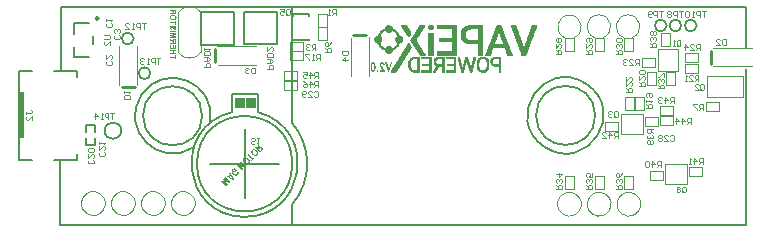
<source format=gbo>
G04 Layer_Color=32896*
%FSLAX44Y44*%
%MOMM*%
G71*
G01*
G75*
%ADD11C,0.1524*%
%ADD45C,0.2540*%
%ADD46C,0.1500*%
%ADD49C,0.2000*%
%ADD89C,0.2500*%
%ADD90C,0.1000*%
%ADD92C,0.0254*%
%ADD190C,0.1520*%
%ADD191R,0.5000X4.0000*%
%ADD192R,0.8200X0.9600*%
G36*
X298264Y137493D02*
X298429Y137470D01*
X298581Y137423D01*
X298722Y137364D01*
X298980Y137223D01*
X299203Y137059D01*
X299379Y136883D01*
X299450Y136813D01*
X299508Y136742D01*
X299555Y136684D01*
X299590Y136637D01*
X299602Y136613D01*
X299614Y136601D01*
X299720Y136414D01*
X299802Y136202D01*
X299884Y135979D01*
X299942Y135733D01*
X300048Y135217D01*
X300119Y134700D01*
X300142Y134454D01*
X300154Y134219D01*
X300166Y134008D01*
X300177Y133832D01*
X300189Y133679D01*
Y133562D01*
Y133527D01*
Y133492D01*
Y133480D01*
Y133468D01*
X300177Y133057D01*
X300166Y132682D01*
X300130Y132330D01*
X300095Y132013D01*
X300060Y131720D01*
X300001Y131461D01*
X299954Y131238D01*
X299896Y131027D01*
X299849Y130851D01*
X299790Y130699D01*
X299743Y130581D01*
X299708Y130476D01*
X299661Y130394D01*
X299637Y130347D01*
X299626Y130311D01*
X299614Y130300D01*
X299497Y130147D01*
X299379Y130006D01*
X299250Y129889D01*
X299121Y129795D01*
X298992Y129701D01*
X298875Y129631D01*
X298746Y129572D01*
X298628Y129525D01*
X298405Y129467D01*
X298311Y129443D01*
X298229Y129431D01*
X298171D01*
X298124Y129420D01*
X298077D01*
X297901Y129431D01*
X297736Y129455D01*
X297584Y129502D01*
X297443Y129560D01*
X297185Y129701D01*
X296962Y129866D01*
X296786Y130030D01*
X296715Y130100D01*
X296657Y130171D01*
X296610Y130229D01*
X296575Y130276D01*
X296563Y130300D01*
X296551Y130311D01*
X296446Y130499D01*
X296352Y130710D01*
X296281Y130933D01*
X296211Y131180D01*
X296105Y131708D01*
X296035Y132224D01*
X296011Y132471D01*
X296000Y132705D01*
X295976Y132905D01*
Y133093D01*
X295964Y133245D01*
Y133363D01*
Y133398D01*
Y133433D01*
Y133445D01*
Y133456D01*
X295976Y133867D01*
X295988Y134231D01*
X296023Y134583D01*
X296058Y134888D01*
X296105Y135181D01*
X296152Y135440D01*
X296199Y135663D01*
X296258Y135874D01*
X296317Y136050D01*
X296363Y136202D01*
X296410Y136320D01*
X296457Y136425D01*
X296493Y136508D01*
X296528Y136554D01*
X296539Y136590D01*
X296551Y136601D01*
X296668Y136766D01*
X296786Y136895D01*
X296915Y137024D01*
X297044Y137129D01*
X297173Y137212D01*
X297290Y137282D01*
X297419Y137341D01*
X297537Y137388D01*
X297760Y137458D01*
X297854Y137481D01*
X297936Y137493D01*
X297994Y137505D01*
X298088D01*
X298264Y137493D01*
D02*
G37*
G36*
X201557Y67531D02*
X201602Y67394D01*
X201648Y67257D01*
X201681Y67132D01*
X201714Y67021D01*
X201740Y66917D01*
X201766Y66825D01*
X201805Y66668D01*
X201831Y66550D01*
X201844Y66459D01*
X201857Y66407D01*
Y66394D01*
X201870Y66263D01*
X201877Y66125D01*
Y65995D01*
X201870Y65884D01*
X201864Y65786D01*
X201851Y65707D01*
Y65655D01*
X201844Y65635D01*
X202047Y65760D01*
X202236Y65844D01*
X202426Y65903D01*
X202596Y65929D01*
X202733Y65949D01*
X202845Y65956D01*
X202916Y65949D01*
X202936Y65956D01*
X202943Y65949D01*
X203158Y65903D01*
X203361Y65831D01*
X203544Y65740D01*
X203701Y65635D01*
X203838Y65537D01*
X203897Y65491D01*
X203943Y65446D01*
X203982Y65420D01*
X204015Y65387D01*
X204028Y65374D01*
X204034Y65367D01*
X204178Y65210D01*
X204289Y65060D01*
X204387Y64910D01*
X204466Y64779D01*
X204512Y64668D01*
X204551Y64576D01*
X204570Y64517D01*
X204577Y64498D01*
X204616Y64328D01*
X204629Y64171D01*
X204636Y64033D01*
X204623Y63916D01*
X204610Y63811D01*
X204597Y63733D01*
X204577Y63687D01*
X204570Y63667D01*
X204538Y63595D01*
X204499Y63517D01*
X204400Y63354D01*
X204283Y63197D01*
X204165Y63040D01*
X204047Y62909D01*
X203989Y62850D01*
X203949Y62798D01*
X203910Y62759D01*
X203877Y62726D01*
X203858Y62706D01*
X203851Y62700D01*
X202308Y61157D01*
X197889Y65576D01*
X198621Y66309D01*
X200465Y64465D01*
X200609Y64609D01*
X200700Y64700D01*
X200765Y64779D01*
X200824Y64851D01*
X200864Y64916D01*
X200896Y64962D01*
X200909Y65001D01*
X200916Y65021D01*
X200922Y65027D01*
X200949Y65093D01*
X200955Y65164D01*
X200962Y65289D01*
Y65341D01*
X200955Y65387D01*
Y65413D01*
Y65426D01*
X200949Y65472D01*
X200935Y65537D01*
X200929Y65609D01*
X200909Y65681D01*
X200864Y65858D01*
X200818Y66034D01*
X200772Y66198D01*
X200752Y66269D01*
X200739Y66335D01*
X200726Y66387D01*
X200713Y66426D01*
X200707Y66459D01*
X200700Y66466D01*
X200262Y67950D01*
X201145Y68832D01*
X201557Y67531D01*
D02*
G37*
G36*
X197255Y64001D02*
X197268D01*
X197484Y63968D01*
X197693Y63916D01*
X197902Y63850D01*
X198105Y63766D01*
X198301Y63674D01*
X198490Y63576D01*
X198660Y63471D01*
X198824Y63360D01*
X198974Y63249D01*
X199111Y63151D01*
X199236Y63053D01*
X199334Y62968D01*
X199419Y62896D01*
X199478Y62837D01*
X199510Y62804D01*
X199523Y62791D01*
X199713Y62589D01*
X199890Y62386D01*
X200040Y62183D01*
X200171Y61987D01*
X200288Y61804D01*
X200380Y61621D01*
X200465Y61458D01*
X200537Y61294D01*
X200589Y61150D01*
X200628Y61020D01*
X200661Y60896D01*
X200687Y60804D01*
X200707Y60719D01*
X200713Y60660D01*
X200720Y60627D01*
Y60614D01*
X200726Y60412D01*
X200720Y60222D01*
X200694Y60039D01*
X200661Y59862D01*
X200609Y59706D01*
X200556Y59549D01*
X200491Y59405D01*
X200426Y59274D01*
X200354Y59163D01*
X200288Y59058D01*
X200223Y58967D01*
X200171Y58888D01*
X200118Y58836D01*
X200079Y58784D01*
X200053Y58758D01*
X200046Y58751D01*
X199837Y58568D01*
X199634Y58418D01*
X199438Y58300D01*
X199255Y58208D01*
X199177Y58182D01*
X199098Y58156D01*
X199033Y58130D01*
X198974Y58110D01*
X198935Y58097D01*
X198902Y58091D01*
X198876D01*
X198870Y58084D01*
X198634Y58058D01*
X198392Y58052D01*
X198170Y58078D01*
X197954Y58110D01*
X197771Y58150D01*
X197693Y58176D01*
X197634Y58195D01*
X197575Y58215D01*
X197536Y58228D01*
X197510D01*
X197503Y58235D01*
X197366Y58293D01*
X197222Y58359D01*
X196954Y58522D01*
X196699Y58699D01*
X196457Y58875D01*
X196359Y58960D01*
X196261Y59045D01*
X196176Y59117D01*
X196111Y59183D01*
X196052Y59228D01*
X196006Y59274D01*
X195980Y59300D01*
X195973Y59307D01*
X195784Y59510D01*
X195607Y59712D01*
X195457Y59915D01*
X195326Y60111D01*
X195215Y60300D01*
X195124Y60484D01*
X195039Y60660D01*
X194973Y60830D01*
X194921Y60974D01*
X194875Y61111D01*
X194842Y61235D01*
X194816Y61340D01*
X194803Y61418D01*
X194790Y61484D01*
X194784Y61516D01*
Y61530D01*
X194777Y61719D01*
X194790Y61889D01*
X194823Y62066D01*
X194855Y62229D01*
X194908Y62386D01*
X194967Y62536D01*
X195032Y62667D01*
X195097Y62798D01*
X195169Y62909D01*
X195235Y63014D01*
X195307Y63099D01*
X195359Y63177D01*
X195411Y63229D01*
X195450Y63282D01*
X195477Y63308D01*
X195483Y63314D01*
X195634Y63452D01*
X195784Y63563D01*
X195941Y63667D01*
X196091Y63752D01*
X196248Y63818D01*
X196392Y63870D01*
X196529Y63916D01*
X196666Y63948D01*
X196797Y63975D01*
X196908Y63994D01*
X197013D01*
X197098Y64001D01*
X197170Y64007D01*
X197222D01*
X197255Y64001D01*
D02*
G37*
G36*
X305798Y137493D02*
X305963Y137481D01*
X306256Y137411D01*
X306514Y137329D01*
X306725Y137223D01*
X306901Y137118D01*
X306960Y137059D01*
X307019Y137024D01*
X307066Y136989D01*
X307101Y136953D01*
X307113Y136942D01*
X307124Y136930D01*
X307230Y136813D01*
X307312Y136695D01*
X307465Y136414D01*
X307582Y136120D01*
X307664Y135839D01*
X307699Y135698D01*
X307734Y135569D01*
X307746Y135451D01*
X307770Y135358D01*
X307781Y135275D01*
Y135217D01*
X307793Y135170D01*
Y135158D01*
X306549Y134994D01*
X306526Y135217D01*
X306490Y135404D01*
X306444Y135569D01*
X306385Y135709D01*
X306315Y135839D01*
X306244Y135933D01*
X306162Y136015D01*
X306080Y136085D01*
X305998Y136132D01*
X305927Y136167D01*
X305786Y136214D01*
X305739Y136226D01*
X305693Y136238D01*
X305657D01*
X305528Y136226D01*
X305399Y136191D01*
X305294Y136155D01*
X305211Y136109D01*
X305141Y136050D01*
X305094Y136015D01*
X305059Y135979D01*
X305047Y135968D01*
X304965Y135862D01*
X304906Y135733D01*
X304871Y135604D01*
X304836Y135475D01*
X304824Y135358D01*
X304812Y135264D01*
Y135205D01*
Y135193D01*
Y135181D01*
X304824Y135005D01*
X304859Y134829D01*
X304906Y134665D01*
X304953Y134524D01*
X305000Y134395D01*
X305047Y134301D01*
X305082Y134243D01*
X305094Y134219D01*
X305141Y134149D01*
X305200Y134067D01*
X305340Y133879D01*
X305505Y133679D01*
X305681Y133468D01*
X305845Y133269D01*
X305916Y133175D01*
X305986Y133104D01*
X306033Y133046D01*
X306080Y132999D01*
X306103Y132964D01*
X306115Y132952D01*
X306303Y132741D01*
X306467Y132529D01*
X306631Y132342D01*
X306772Y132166D01*
X306901Y131990D01*
X307007Y131837D01*
X307113Y131696D01*
X307195Y131567D01*
X307277Y131450D01*
X307347Y131356D01*
X307394Y131262D01*
X307441Y131192D01*
X307476Y131133D01*
X307488Y131098D01*
X307511Y131074D01*
Y131062D01*
X307629Y130793D01*
X307723Y130523D01*
X307805Y130265D01*
X307852Y130042D01*
X307887Y129842D01*
X307910Y129760D01*
X307922Y129690D01*
Y129631D01*
X307934Y129584D01*
Y129560D01*
Y129549D01*
X303557D01*
Y130957D01*
X306045D01*
X305963Y131110D01*
X305880Y131238D01*
X305845Y131285D01*
X305810Y131332D01*
X305798Y131356D01*
X305786Y131368D01*
X305704Y131473D01*
X305599Y131602D01*
X305470Y131743D01*
X305340Y131896D01*
X305223Y132037D01*
X305118Y132154D01*
X305082Y132201D01*
X305047Y132236D01*
X305035Y132248D01*
X305024Y132260D01*
X304801Y132518D01*
X304613Y132752D01*
X304449Y132952D01*
X304320Y133128D01*
X304226Y133257D01*
X304155Y133363D01*
X304120Y133421D01*
X304108Y133445D01*
X304014Y133621D01*
X303921Y133785D01*
X303850Y133938D01*
X303792Y134078D01*
X303756Y134196D01*
X303721Y134278D01*
X303698Y134337D01*
Y134360D01*
X303651Y134536D01*
X303615Y134700D01*
X303592Y134865D01*
X303569Y135005D01*
Y135134D01*
X303557Y135228D01*
Y135287D01*
Y135310D01*
Y135475D01*
X303580Y135627D01*
X303639Y135909D01*
X303721Y136167D01*
X303815Y136390D01*
X303921Y136578D01*
X303967Y136660D01*
X304003Y136719D01*
X304038Y136766D01*
X304061Y136801D01*
X304073Y136824D01*
X304085Y136836D01*
X304191Y136953D01*
X304296Y137059D01*
X304414Y137141D01*
X304543Y137223D01*
X304672Y137294D01*
X304801Y137341D01*
X305047Y137423D01*
X305282Y137470D01*
X305376Y137481D01*
X305470Y137493D01*
X305540Y137505D01*
X305634D01*
X305798Y137493D01*
D02*
G37*
G36*
X311912Y129549D02*
X310480D01*
X308169Y137481D01*
X309577D01*
X311161Y131602D01*
X312804Y137481D01*
X314224D01*
X311912Y129549D01*
D02*
G37*
G36*
X302454D02*
X301210D01*
Y131074D01*
X302454D01*
Y129549D01*
D02*
G37*
G36*
X182970Y45924D02*
X181395Y44349D01*
X180649Y45094D01*
X181486Y45931D01*
X180930Y46487D01*
X180793Y46480D01*
X180669Y46460D01*
X180551Y46434D01*
X180453Y46415D01*
X180362Y46389D01*
X180296Y46362D01*
X180257Y46349D01*
X180237Y46343D01*
X180120Y46290D01*
X180015Y46238D01*
X179924Y46173D01*
X179845Y46120D01*
X179786Y46075D01*
X179741Y46042D01*
X179708Y46009D01*
X179701Y46003D01*
X179623Y45911D01*
X179551Y45826D01*
X179446Y45643D01*
X179374Y45454D01*
X179335Y45284D01*
X179322Y45140D01*
Y45022D01*
Y44944D01*
Y44931D01*
Y44917D01*
X179355Y44780D01*
X179394Y44650D01*
X179512Y44375D01*
X179662Y44120D01*
X179819Y43885D01*
X179891Y43787D01*
X179969Y43695D01*
X180035Y43603D01*
X180100Y43538D01*
X180146Y43479D01*
X180192Y43433D01*
X180218Y43407D01*
X180224Y43401D01*
X180368Y43270D01*
X180499Y43152D01*
X180630Y43048D01*
X180760Y42956D01*
X180878Y42878D01*
X180996Y42812D01*
X181100Y42760D01*
X181198Y42714D01*
X181290Y42675D01*
X181375Y42642D01*
X181447Y42623D01*
X181506Y42603D01*
X181551Y42597D01*
X181584Y42590D01*
X181610D01*
X181617Y42584D01*
X181741Y42577D01*
X181859D01*
X181963Y42590D01*
X182068Y42616D01*
X182257Y42675D01*
X182428Y42754D01*
X182558Y42832D01*
X182610Y42871D01*
X182656Y42904D01*
X182696Y42930D01*
X182722Y42956D01*
X182735Y42969D01*
X182741Y42976D01*
X182846Y43094D01*
X182924Y43211D01*
X182977Y43329D01*
X183022Y43440D01*
X183049Y43531D01*
X183062Y43610D01*
X183075Y43662D01*
Y43675D01*
Y43819D01*
X183055Y43969D01*
X183016Y44113D01*
X182977Y44231D01*
X182931Y44342D01*
X182892Y44421D01*
X182859Y44479D01*
Y44493D01*
X182852Y44499D01*
X183741Y45061D01*
X183833Y44917D01*
X183918Y44780D01*
X183977Y44643D01*
X184036Y44506D01*
X184081Y44381D01*
X184114Y44257D01*
X184147Y44146D01*
X184167Y44035D01*
X184186Y43937D01*
X184199Y43845D01*
Y43767D01*
X184212Y43702D01*
Y43649D01*
Y43610D01*
X184206Y43590D01*
Y43577D01*
X184193Y43446D01*
X184160Y43309D01*
X184121Y43179D01*
X184075Y43054D01*
X183964Y42825D01*
X183833Y42616D01*
X183774Y42531D01*
X183709Y42453D01*
X183650Y42381D01*
X183604Y42322D01*
X183565Y42270D01*
X183526Y42231D01*
X183506Y42211D01*
X183500Y42204D01*
X183290Y42021D01*
X183088Y41871D01*
X182885Y41760D01*
X182702Y41668D01*
X182617Y41636D01*
X182545Y41603D01*
X182473Y41583D01*
X182421Y41570D01*
X182375Y41551D01*
X182342Y41544D01*
X182316D01*
X182310Y41537D01*
X182068Y41505D01*
X181819D01*
X181591Y41525D01*
X181368Y41564D01*
X181185Y41603D01*
X181107Y41616D01*
X181042Y41642D01*
X180989Y41655D01*
X180950Y41668D01*
X180917Y41675D01*
X180911Y41681D01*
X180630Y41806D01*
X180362Y41956D01*
X180107Y42119D01*
X179884Y42289D01*
X179780Y42368D01*
X179695Y42440D01*
X179610Y42512D01*
X179551Y42571D01*
X179492Y42616D01*
X179453Y42656D01*
X179427Y42682D01*
X179420Y42688D01*
X179178Y42956D01*
X178969Y43218D01*
X178871Y43342D01*
X178793Y43460D01*
X178721Y43584D01*
X178655Y43688D01*
X178596Y43787D01*
X178551Y43885D01*
X178511Y43963D01*
X178472Y44028D01*
X178453Y44087D01*
X178433Y44120D01*
X178426Y44153D01*
X178420Y44159D01*
X178335Y44440D01*
X178283Y44702D01*
X178256Y44950D01*
X178250Y45166D01*
X178256Y45342D01*
X178276Y45480D01*
Y45532D01*
X178283Y45565D01*
X178289Y45584D01*
Y45597D01*
X178361Y45839D01*
X178459Y46068D01*
X178577Y46277D01*
X178688Y46454D01*
X178740Y46532D01*
X178799Y46604D01*
X178845Y46663D01*
X178891Y46709D01*
X178923Y46755D01*
X178950Y46781D01*
X178969Y46800D01*
X178976Y46807D01*
X179146Y46964D01*
X179329Y47094D01*
X179512Y47212D01*
X179675Y47310D01*
X179825Y47382D01*
X179884Y47415D01*
X179943Y47448D01*
X179982Y47461D01*
X180022Y47474D01*
X180041Y47480D01*
X180048Y47487D01*
X180283Y47565D01*
X180505Y47618D01*
X180695Y47650D01*
X180872Y47670D01*
X181015Y47683D01*
X181211D01*
X182970Y45924D01*
D02*
G37*
G36*
X179917Y38766D02*
X179139Y37988D01*
X173314Y41002D01*
X174092Y41779D01*
X175386Y41073D01*
X176851Y42538D01*
X176164Y43852D01*
X176956Y44643D01*
X179917Y38766D01*
D02*
G37*
G36*
X177380Y36229D02*
X176276Y35124D01*
X172595Y37497D01*
X174961Y33810D01*
X173870Y32718D01*
X169450Y37138D01*
X170130Y37818D01*
X173615Y34333D01*
X170849Y38537D01*
X171549Y39236D01*
X175766Y36484D01*
X172281Y39969D01*
X172961Y40648D01*
X177380Y36229D01*
D02*
G37*
G36*
X196078Y56417D02*
X197150Y57489D01*
X197896Y56744D01*
X195012Y53861D01*
X194267Y54606D01*
X195346Y55685D01*
X191672Y59359D01*
X192404Y60091D01*
X196078Y56417D01*
D02*
G37*
G36*
X190220Y56966D02*
X190233D01*
X190449Y56934D01*
X190658Y56881D01*
X190868Y56816D01*
X191070Y56731D01*
X191266Y56639D01*
X191456Y56541D01*
X191626Y56437D01*
X191789Y56326D01*
X191940Y56214D01*
X192077Y56116D01*
X192201Y56018D01*
X192299Y55933D01*
X192384Y55862D01*
X192443Y55803D01*
X192476Y55770D01*
X192489Y55757D01*
X192679Y55554D01*
X192855Y55352D01*
X193005Y55149D01*
X193136Y54953D01*
X193254Y54770D01*
X193345Y54587D01*
X193430Y54423D01*
X193502Y54260D01*
X193554Y54116D01*
X193594Y53985D01*
X193626Y53861D01*
X193653Y53769D01*
X193672Y53684D01*
X193679Y53626D01*
X193685Y53593D01*
Y53580D01*
X193692Y53377D01*
X193685Y53188D01*
X193659Y53004D01*
X193626Y52828D01*
X193574Y52671D01*
X193522Y52514D01*
X193456Y52370D01*
X193391Y52240D01*
X193319Y52129D01*
X193254Y52024D01*
X193188Y51932D01*
X193136Y51854D01*
X193084Y51802D01*
X193045Y51749D01*
X193018Y51723D01*
X193012Y51717D01*
X192803Y51534D01*
X192600Y51383D01*
X192404Y51266D01*
X192221Y51174D01*
X192142Y51148D01*
X192064Y51122D01*
X191999Y51096D01*
X191940Y51076D01*
X191901Y51063D01*
X191868Y51056D01*
X191842D01*
X191835Y51050D01*
X191600Y51024D01*
X191358Y51017D01*
X191136Y51043D01*
X190920Y51076D01*
X190737Y51115D01*
X190658Y51141D01*
X190599Y51161D01*
X190541Y51181D01*
X190501Y51194D01*
X190475D01*
X190469Y51200D01*
X190331Y51259D01*
X190188Y51324D01*
X189920Y51488D01*
X189665Y51664D01*
X189423Y51841D01*
X189325Y51926D01*
X189227Y52011D01*
X189142Y52083D01*
X189076Y52148D01*
X189017Y52194D01*
X188972Y52240D01*
X188946Y52266D01*
X188939Y52272D01*
X188749Y52475D01*
X188573Y52678D01*
X188423Y52880D01*
X188292Y53076D01*
X188181Y53266D01*
X188089Y53449D01*
X188004Y53626D01*
X187939Y53796D01*
X187886Y53939D01*
X187841Y54077D01*
X187808Y54201D01*
X187782Y54306D01*
X187769Y54384D01*
X187756Y54449D01*
X187749Y54482D01*
Y54495D01*
X187743Y54685D01*
X187756Y54855D01*
X187788Y55031D01*
X187821Y55195D01*
X187873Y55352D01*
X187932Y55502D01*
X187997Y55633D01*
X188063Y55763D01*
X188135Y55875D01*
X188200Y55979D01*
X188272Y56064D01*
X188324Y56143D01*
X188377Y56195D01*
X188416Y56247D01*
X188442Y56273D01*
X188449Y56280D01*
X188599Y56417D01*
X188749Y56528D01*
X188906Y56633D01*
X189057Y56718D01*
X189214Y56783D01*
X189357Y56836D01*
X189495Y56881D01*
X189632Y56914D01*
X189763Y56940D01*
X189874Y56960D01*
X189978D01*
X190063Y56966D01*
X190135Y56973D01*
X190188D01*
X190220Y56966D01*
D02*
G37*
G36*
X190606Y49455D02*
X189501Y48350D01*
X185821Y50723D01*
X188187Y47036D01*
X187095Y45944D01*
X182676Y50363D01*
X183356Y51043D01*
X186840Y47559D01*
X184075Y51762D01*
X184774Y52462D01*
X188991Y49710D01*
X185507Y53194D01*
X186187Y53874D01*
X190606Y49455D01*
D02*
G37*
G36*
X131503Y140000D02*
X130553D01*
Y141375D01*
X125871D01*
Y142308D01*
X130553D01*
Y143674D01*
X131503D01*
Y140000D01*
D02*
G37*
G36*
X127687Y168576D02*
X127854Y168559D01*
X128004Y168534D01*
X128129Y168501D01*
X128229Y168468D01*
X128304Y168443D01*
X128354Y168426D01*
X128370Y168418D01*
X128495Y168351D01*
X128612Y168276D01*
X128712Y168193D01*
X128795Y168118D01*
X128862Y168043D01*
X128904Y167985D01*
X128937Y167951D01*
X128945Y167934D01*
X128987Y167876D01*
X129029Y167801D01*
X129112Y167643D01*
X129178Y167476D01*
X129245Y167310D01*
X129304Y167160D01*
X129320Y167093D01*
X129345Y167035D01*
X129362Y166985D01*
X129370Y166951D01*
X129378Y166926D01*
Y166918D01*
X129412Y166801D01*
X129445Y166693D01*
X129479Y166593D01*
X129512Y166510D01*
X129545Y166427D01*
X129570Y166360D01*
X129603Y166302D01*
X129628Y166243D01*
X129670Y166160D01*
X129703Y166110D01*
X129720Y166077D01*
X129728Y166068D01*
X129787Y166010D01*
X129853Y165960D01*
X129912Y165927D01*
X129970Y165910D01*
X130028Y165893D01*
X130070Y165885D01*
X130103D01*
X130187Y165893D01*
X130262Y165918D01*
X130328Y165952D01*
X130387Y165985D01*
X130436Y166018D01*
X130470Y166052D01*
X130486Y166077D01*
X130495Y166085D01*
X130545Y166168D01*
X130587Y166268D01*
X130611Y166360D01*
X130637Y166452D01*
X130645Y166535D01*
X130653Y166610D01*
Y166651D01*
Y166668D01*
X130645Y166801D01*
X130628Y166918D01*
X130595Y167018D01*
X130562Y167101D01*
X130528Y167168D01*
X130495Y167218D01*
X130478Y167243D01*
X130470Y167251D01*
X130387Y167326D01*
X130295Y167385D01*
X130187Y167426D01*
X130087Y167468D01*
X129987Y167493D01*
X129912Y167510D01*
X129878Y167518D01*
X129853Y167526D01*
X129837D01*
X129887Y168459D01*
X130037Y168451D01*
X130178Y168426D01*
X130303Y168401D01*
X130428Y168368D01*
X130536Y168334D01*
X130645Y168293D01*
X130737Y168243D01*
X130820Y168201D01*
X130895Y168160D01*
X130961Y168118D01*
X131020Y168076D01*
X131061Y168043D01*
X131095Y168009D01*
X131128Y167985D01*
X131136Y167976D01*
X131145Y167968D01*
X131228Y167876D01*
X131295Y167785D01*
X131353Y167676D01*
X131403Y167576D01*
X131486Y167360D01*
X131536Y167160D01*
X131561Y167060D01*
X131570Y166976D01*
X131578Y166893D01*
X131586Y166826D01*
X131595Y166768D01*
Y166726D01*
Y166702D01*
Y166693D01*
X131586Y166502D01*
X131561Y166318D01*
X131536Y166168D01*
X131503Y166035D01*
X131461Y165927D01*
X131436Y165843D01*
X131411Y165793D01*
X131403Y165785D01*
Y165777D01*
X131328Y165643D01*
X131236Y165535D01*
X131145Y165435D01*
X131053Y165352D01*
X130970Y165285D01*
X130903Y165243D01*
X130861Y165210D01*
X130853Y165202D01*
X130845D01*
X130703Y165135D01*
X130562Y165085D01*
X130420Y165044D01*
X130295Y165019D01*
X130187Y165002D01*
X130095Y164994D01*
X130020D01*
X129878Y165002D01*
X129737Y165019D01*
X129612Y165044D01*
X129503Y165077D01*
X129412Y165102D01*
X129337Y165127D01*
X129295Y165144D01*
X129278Y165152D01*
X129153Y165219D01*
X129045Y165294D01*
X128954Y165368D01*
X128879Y165435D01*
X128812Y165502D01*
X128770Y165552D01*
X128737Y165585D01*
X128729Y165593D01*
X128654Y165710D01*
X128579Y165843D01*
X128512Y165993D01*
X128454Y166135D01*
X128404Y166268D01*
X128387Y166318D01*
X128370Y166368D01*
X128354Y166410D01*
X128345Y166443D01*
X128337Y166460D01*
Y166468D01*
X128304Y166585D01*
X128270Y166693D01*
X128237Y166793D01*
X128204Y166877D01*
X128179Y166960D01*
X128154Y167026D01*
X128137Y167085D01*
X128120Y167135D01*
X128087Y167210D01*
X128062Y167268D01*
X128054Y167293D01*
X128046Y167301D01*
X128012Y167360D01*
X127979Y167418D01*
X127937Y167460D01*
X127904Y167493D01*
X127854Y167543D01*
X127837Y167560D01*
X127829D01*
X127779Y167593D01*
X127721Y167610D01*
X127621Y167643D01*
X127571D01*
X127537Y167651D01*
X127504D01*
X127387Y167643D01*
X127279Y167610D01*
X127187Y167576D01*
X127104Y167526D01*
X127046Y167485D01*
X126996Y167443D01*
X126962Y167410D01*
X126954Y167401D01*
X126879Y167301D01*
X126829Y167193D01*
X126788Y167085D01*
X126763Y166985D01*
X126746Y166885D01*
X126737Y166810D01*
Y166760D01*
Y166751D01*
Y166743D01*
X126746Y166593D01*
X126788Y166452D01*
X126838Y166335D01*
X126904Y166227D01*
X126987Y166127D01*
X127079Y166043D01*
X127179Y165977D01*
X127279Y165918D01*
X127379Y165868D01*
X127479Y165827D01*
X127571Y165793D01*
X127654Y165768D01*
X127721Y165752D01*
X127771Y165743D01*
X127812Y165735D01*
X127821D01*
X127712Y164827D01*
X127537Y164852D01*
X127371Y164877D01*
X127221Y164919D01*
X127071Y164960D01*
X126937Y165019D01*
X126812Y165077D01*
X126704Y165135D01*
X126596Y165202D01*
X126496Y165277D01*
X126404Y165352D01*
X126254Y165510D01*
X126121Y165677D01*
X126021Y165843D01*
X125938Y166010D01*
X125879Y166168D01*
X125838Y166318D01*
X125813Y166452D01*
X125796Y166560D01*
X125779Y166643D01*
Y166677D01*
Y166702D01*
Y166710D01*
Y166718D01*
X125788Y166893D01*
X125804Y167051D01*
X125821Y167201D01*
X125854Y167343D01*
X125896Y167468D01*
X125938Y167585D01*
X125979Y167693D01*
X126029Y167785D01*
X126071Y167859D01*
X126113Y167934D01*
X126154Y167993D01*
X126196Y168043D01*
X126229Y168076D01*
X126246Y168101D01*
X126263Y168118D01*
X126271Y168126D01*
X126371Y168209D01*
X126471Y168276D01*
X126571Y168343D01*
X126671Y168393D01*
X126879Y168476D01*
X127079Y168526D01*
X127162Y168543D01*
X127246Y168559D01*
X127321Y168568D01*
X127379Y168576D01*
X127437Y168584D01*
X127504D01*
X127687Y168576D01*
D02*
G37*
G36*
X131503Y163244D02*
X125871D01*
Y164177D01*
X131503D01*
Y163244D01*
D02*
G37*
G36*
Y169043D02*
X130553D01*
Y170417D01*
X125871D01*
Y171350D01*
X130553D01*
Y172717D01*
X131503D01*
Y169043D01*
D02*
G37*
G36*
X126962Y181923D02*
X127079Y181864D01*
X127196Y181806D01*
X127296Y181748D01*
X127387Y181698D01*
X127471Y181648D01*
X127546Y181606D01*
X127671Y181531D01*
X127762Y181473D01*
X127829Y181423D01*
X127871Y181398D01*
X127879Y181389D01*
X127971Y181314D01*
X128062Y181231D01*
X128146Y181148D01*
X128212Y181073D01*
X128270Y181006D01*
X128312Y180948D01*
X128345Y180914D01*
X128354Y180898D01*
X128404Y181106D01*
X128470Y181281D01*
X128554Y181439D01*
X128645Y181564D01*
X128720Y181664D01*
X128787Y181739D01*
X128837Y181781D01*
X128845Y181798D01*
X128854D01*
X129020Y181906D01*
X129195Y181989D01*
X129370Y182048D01*
X129537Y182081D01*
X129687Y182106D01*
X129753Y182114D01*
X129812D01*
X129853Y182122D01*
X129920D01*
X130112Y182114D01*
X130278Y182089D01*
X130436Y182056D01*
X130570Y182023D01*
X130670Y181981D01*
X130753Y181948D01*
X130803Y181923D01*
X130820Y181914D01*
X130953Y181831D01*
X131061Y181739D01*
X131153Y181656D01*
X131220Y181573D01*
X131278Y181498D01*
X131320Y181439D01*
X131336Y181398D01*
X131345Y181381D01*
X131370Y181314D01*
X131395Y181239D01*
X131436Y181073D01*
X131461Y180898D01*
X131486Y180723D01*
X131495Y180565D01*
Y180490D01*
X131503Y180431D01*
Y180381D01*
Y180340D01*
Y180315D01*
Y180306D01*
Y178340D01*
X125871D01*
Y179273D01*
X128220D01*
Y179457D01*
Y179573D01*
X128212Y179665D01*
X128204Y179748D01*
X128187Y179815D01*
X128179Y179865D01*
X128162Y179898D01*
X128154Y179915D01*
Y179923D01*
X128129Y179981D01*
X128087Y180031D01*
X128012Y180115D01*
X127979Y180148D01*
X127945Y180173D01*
X127929Y180190D01*
X127921Y180198D01*
X127887Y180223D01*
X127837Y180256D01*
X127787Y180298D01*
X127729Y180331D01*
X127587Y180415D01*
X127446Y180498D01*
X127312Y180573D01*
X127254Y180606D01*
X127204Y180640D01*
X127162Y180665D01*
X127129Y180681D01*
X127104Y180698D01*
X127096D01*
X125871Y181364D01*
Y182489D01*
X126962Y181923D01*
D02*
G37*
G36*
X128937Y177599D02*
X129178Y177582D01*
X129403Y177549D01*
X129612Y177507D01*
X129803Y177465D01*
X129978Y177407D01*
X130137Y177357D01*
X130287Y177299D01*
X130412Y177241D01*
X130520Y177182D01*
X130620Y177124D01*
X130695Y177082D01*
X130761Y177041D01*
X130803Y177007D01*
X130828Y176991D01*
X130836Y176982D01*
X130970Y176857D01*
X131086Y176732D01*
X131186Y176599D01*
X131278Y176466D01*
X131345Y176332D01*
X131411Y176199D01*
X131461Y176066D01*
X131503Y175941D01*
X131528Y175824D01*
X131553Y175716D01*
X131570Y175616D01*
X131586Y175533D01*
Y175466D01*
X131595Y175408D01*
Y175374D01*
Y175366D01*
X131578Y175116D01*
X131545Y174891D01*
X131495Y174691D01*
X131436Y174516D01*
X131403Y174450D01*
X131370Y174383D01*
X131345Y174324D01*
X131320Y174275D01*
X131303Y174241D01*
X131286Y174216D01*
X131270Y174200D01*
Y174191D01*
X131136Y174025D01*
X130986Y173866D01*
X130828Y173741D01*
X130670Y173625D01*
X130528Y173533D01*
X130462Y173500D01*
X130412Y173475D01*
X130362Y173450D01*
X130328Y173433D01*
X130312Y173416D01*
X130303D01*
X130178Y173367D01*
X130045Y173316D01*
X129770Y173250D01*
X129495Y173200D01*
X129228Y173158D01*
X129112Y173150D01*
X128995Y173141D01*
X128895Y173133D01*
X128812D01*
X128745Y173125D01*
X128645D01*
X128395Y173133D01*
X128154Y173150D01*
X127929Y173183D01*
X127721Y173225D01*
X127529Y173275D01*
X127354Y173333D01*
X127187Y173391D01*
X127037Y173458D01*
X126912Y173516D01*
X126796Y173575D01*
X126696Y173633D01*
X126613Y173683D01*
X126554Y173725D01*
X126504Y173758D01*
X126479Y173775D01*
X126471Y173783D01*
X126346Y173900D01*
X126246Y174016D01*
X126154Y174150D01*
X126071Y174275D01*
X126004Y174408D01*
X125946Y174541D01*
X125904Y174666D01*
X125863Y174791D01*
X125838Y174908D01*
X125813Y175016D01*
X125804Y175116D01*
X125788Y175199D01*
Y175266D01*
X125779Y175324D01*
Y175358D01*
Y175366D01*
X125788Y175549D01*
X125813Y175716D01*
X125846Y175882D01*
X125888Y176032D01*
X125946Y176174D01*
X126004Y176299D01*
X126063Y176416D01*
X126129Y176524D01*
X126196Y176624D01*
X126254Y176707D01*
X126321Y176774D01*
X126371Y176832D01*
X126413Y176882D01*
X126446Y176915D01*
X126471Y176932D01*
X126479Y176940D01*
X126637Y177057D01*
X126804Y177157D01*
X126979Y177249D01*
X127162Y177324D01*
X127346Y177390D01*
X127529Y177449D01*
X127704Y177490D01*
X127879Y177524D01*
X128046Y177549D01*
X128195Y177574D01*
X128337Y177590D01*
X128454Y177599D01*
X128554Y177607D01*
X128687D01*
X128937Y177599D01*
D02*
G37*
G36*
X131503Y160945D02*
X127646Y160112D01*
X131503Y159270D01*
Y157879D01*
X125871D01*
Y158745D01*
X130312D01*
X125871Y159662D01*
Y160553D01*
X130312Y161486D01*
X125871D01*
Y162353D01*
X131503D01*
Y160945D01*
D02*
G37*
G36*
X126962Y156821D02*
X127079Y156762D01*
X127196Y156704D01*
X127296Y156646D01*
X127387Y156596D01*
X127471Y156546D01*
X127546Y156504D01*
X127671Y156429D01*
X127762Y156371D01*
X127829Y156321D01*
X127871Y156296D01*
X127879Y156287D01*
X127971Y156213D01*
X128062Y156129D01*
X128146Y156046D01*
X128212Y155971D01*
X128270Y155904D01*
X128312Y155846D01*
X128345Y155813D01*
X128354Y155796D01*
X128404Y156004D01*
X128470Y156179D01*
X128554Y156337D01*
X128645Y156462D01*
X128720Y156562D01*
X128787Y156637D01*
X128837Y156679D01*
X128845Y156696D01*
X128854D01*
X129020Y156804D01*
X129195Y156887D01*
X129370Y156946D01*
X129537Y156979D01*
X129687Y157004D01*
X129753Y157012D01*
X129812D01*
X129853Y157021D01*
X129920D01*
X130112Y157012D01*
X130278Y156987D01*
X130436Y156954D01*
X130570Y156921D01*
X130670Y156879D01*
X130753Y156846D01*
X130803Y156821D01*
X130820Y156812D01*
X130953Y156729D01*
X131061Y156637D01*
X131153Y156554D01*
X131220Y156471D01*
X131278Y156396D01*
X131320Y156337D01*
X131336Y156296D01*
X131345Y156279D01*
X131370Y156213D01*
X131395Y156138D01*
X131436Y155971D01*
X131461Y155796D01*
X131486Y155621D01*
X131495Y155463D01*
Y155388D01*
X131503Y155329D01*
Y155279D01*
Y155238D01*
Y155213D01*
Y155204D01*
Y153238D01*
X125871D01*
Y154171D01*
X128220D01*
Y154355D01*
Y154471D01*
X128212Y154563D01*
X128204Y154646D01*
X128187Y154713D01*
X128179Y154763D01*
X128162Y154796D01*
X128154Y154813D01*
Y154821D01*
X128129Y154880D01*
X128087Y154930D01*
X128012Y155013D01*
X127979Y155046D01*
X127945Y155071D01*
X127929Y155088D01*
X127921Y155096D01*
X127887Y155121D01*
X127837Y155154D01*
X127787Y155196D01*
X127729Y155229D01*
X127587Y155313D01*
X127446Y155396D01*
X127312Y155471D01*
X127254Y155504D01*
X127204Y155538D01*
X127162Y155563D01*
X127129Y155579D01*
X127104Y155596D01*
X127096D01*
X125871Y156263D01*
Y157387D01*
X126962Y156821D01*
D02*
G37*
G36*
X126821Y149864D02*
X128354D01*
Y152189D01*
X129304D01*
Y149864D01*
X130553D01*
Y152364D01*
X131503D01*
Y148931D01*
X125871D01*
Y152447D01*
X126821D01*
Y149864D01*
D02*
G37*
G36*
X131503Y147031D02*
X129287D01*
Y145207D01*
X131503D01*
Y144274D01*
X125871D01*
Y145207D01*
X128337D01*
Y147031D01*
X125871D01*
Y147965D01*
X131503D01*
Y147031D01*
D02*
G37*
%LPC*%
G36*
X298088Y136238D02*
X298077D01*
X297948Y136214D01*
X297830Y136155D01*
X297736Y136085D01*
X297654Y135991D01*
X297584Y135897D01*
X297537Y135827D01*
X297513Y135768D01*
X297502Y135745D01*
X297467Y135639D01*
X297431Y135510D01*
X297396Y135358D01*
X297373Y135181D01*
X297349Y135005D01*
X297337Y134806D01*
X297302Y134419D01*
Y134231D01*
X297290Y134055D01*
Y133891D01*
X297279Y133750D01*
Y133632D01*
Y133539D01*
Y133480D01*
Y133456D01*
Y133128D01*
X297290Y132835D01*
X297302Y132576D01*
X297314Y132342D01*
X297326Y132130D01*
X297349Y131943D01*
X297373Y131778D01*
X297384Y131637D01*
X297408Y131520D01*
X297431Y131415D01*
X297455Y131332D01*
X297467Y131274D01*
X297478Y131227D01*
X297490Y131192D01*
X297502Y131180D01*
Y131168D01*
X297584Y131004D01*
X297678Y130886D01*
X297772Y130804D01*
X297865Y130746D01*
X297948Y130710D01*
X298018Y130699D01*
X298065Y130687D01*
X298077D01*
X298206Y130710D01*
X298323Y130757D01*
X298429Y130840D01*
X298511Y130933D01*
X298581Y131016D01*
X298628Y131098D01*
X298652Y131145D01*
X298663Y131168D01*
X298699Y131274D01*
X298734Y131403D01*
X298757Y131555D01*
X298781Y131731D01*
X298804Y131907D01*
X298828Y132107D01*
X298851Y132494D01*
Y132682D01*
X298863Y132858D01*
Y133022D01*
X298875Y133163D01*
Y133292D01*
Y133374D01*
Y133433D01*
Y133456D01*
Y133785D01*
X298863Y134078D01*
X298851Y134337D01*
X298839Y134571D01*
X298828Y134782D01*
X298804Y134970D01*
X298792Y135134D01*
X298769Y135275D01*
X298746Y135393D01*
X298734Y135498D01*
X298710Y135580D01*
X298699Y135639D01*
X298687Y135686D01*
X298675Y135721D01*
X298663Y135745D01*
X298581Y135909D01*
X298487Y136026D01*
X298382Y136120D01*
X298288Y136179D01*
X298206Y136214D01*
X298135Y136226D01*
X298088Y136238D01*
D02*
G37*
G36*
X202701Y64949D02*
X202622D01*
X202563Y64942D01*
X202498Y64929D01*
X202446Y64916D01*
X202413Y64910D01*
X202387Y64896D01*
X202380Y64890D01*
X202341Y64864D01*
X202302Y64838D01*
X202204Y64753D01*
X202086Y64661D01*
X201982Y64556D01*
X201870Y64458D01*
X201825Y64413D01*
X201785Y64373D01*
X201753Y64341D01*
X201726Y64315D01*
X201714Y64302D01*
X201707Y64295D01*
X201171Y63759D01*
X202295Y62635D01*
X202864Y63203D01*
X202949Y63288D01*
X203027Y63367D01*
X203093Y63445D01*
X203158Y63510D01*
X203211Y63563D01*
X203256Y63622D01*
X203296Y63661D01*
X203328Y63707D01*
X203374Y63766D01*
X203400Y63805D01*
X203413Y63831D01*
X203420Y63837D01*
X203452Y63909D01*
X203472Y63981D01*
X203479Y64053D01*
X203485Y64112D01*
Y64164D01*
X203479Y64210D01*
X203472Y64230D01*
Y64243D01*
X203446Y64321D01*
X203420Y64400D01*
X203328Y64530D01*
X203283Y64589D01*
X203250Y64635D01*
X203224Y64661D01*
X203217Y64668D01*
X203132Y64740D01*
X203060Y64798D01*
X202982Y64851D01*
X202923Y64883D01*
X202858Y64910D01*
X202818Y64923D01*
X202792Y64936D01*
X202779D01*
X202701Y64949D01*
D02*
G37*
G36*
X197216Y62902D02*
X197098D01*
X196993Y62889D01*
X196889Y62876D01*
X196797Y62850D01*
X196706Y62824D01*
X196542Y62752D01*
X196418Y62680D01*
X196372Y62648D01*
X196327Y62615D01*
X196287Y62589D01*
X196268Y62569D01*
X196255Y62556D01*
X196248Y62550D01*
X196176Y62464D01*
X196117Y62379D01*
X196058Y62295D01*
X196019Y62203D01*
X195954Y62020D01*
X195921Y61843D01*
X195908Y61687D01*
Y61569D01*
X195915Y61523D01*
Y61484D01*
Y61471D01*
Y61458D01*
X195941Y61327D01*
X195980Y61209D01*
X196091Y60954D01*
X196228Y60712D01*
X196379Y60497D01*
X196451Y60399D01*
X196516Y60307D01*
X196581Y60229D01*
X196647Y60163D01*
X196693Y60104D01*
X196732Y60065D01*
X196758Y60039D01*
X196765Y60033D01*
X196908Y59902D01*
X197046Y59777D01*
X197183Y59666D01*
X197314Y59575D01*
X197438Y59490D01*
X197549Y59418D01*
X197660Y59359D01*
X197765Y59307D01*
X197856Y59268D01*
X197941Y59235D01*
X198007Y59209D01*
X198065Y59189D01*
X198118Y59176D01*
X198151Y59170D01*
X198177D01*
X198183Y59163D01*
X198301Y59150D01*
X198419D01*
X198523Y59163D01*
X198634Y59183D01*
X198732Y59202D01*
X198817Y59235D01*
X198981Y59307D01*
X199105Y59379D01*
X199157Y59418D01*
X199203Y59451D01*
X199236Y59470D01*
X199262Y59496D01*
X199275Y59510D01*
X199282Y59516D01*
X199353Y59601D01*
X199425Y59686D01*
X199478Y59777D01*
X199523Y59876D01*
X199589Y60059D01*
X199628Y60229D01*
X199634Y60379D01*
Y60497D01*
Y60549D01*
X199628Y60582D01*
X199634Y60601D01*
X199628Y60608D01*
X199608Y60732D01*
X199569Y60850D01*
X199458Y61105D01*
X199327Y61340D01*
X199177Y61556D01*
X199092Y61654D01*
X199027Y61745D01*
X198961Y61824D01*
X198896Y61889D01*
X198850Y61948D01*
X198811Y61987D01*
X198785Y62013D01*
X198778Y62020D01*
X198634Y62164D01*
X198490Y62281D01*
X198360Y62386D01*
X198222Y62484D01*
X198098Y62569D01*
X197980Y62635D01*
X197869Y62693D01*
X197765Y62746D01*
X197673Y62785D01*
X197588Y62818D01*
X197510Y62844D01*
X197451Y62863D01*
X197399Y62876D01*
X197366Y62883D01*
X197346Y62889D01*
X197333D01*
X197216Y62902D01*
D02*
G37*
G36*
X177354Y41551D02*
X176361Y40557D01*
X178492Y39406D01*
X177354Y41551D01*
D02*
G37*
G36*
X190181Y55868D02*
X190063D01*
X189959Y55855D01*
X189854Y55842D01*
X189763Y55816D01*
X189671Y55790D01*
X189508Y55718D01*
X189384Y55646D01*
X189338Y55613D01*
X189292Y55580D01*
X189253Y55554D01*
X189233Y55535D01*
X189220Y55521D01*
X189214Y55515D01*
X189142Y55430D01*
X189083Y55345D01*
X189024Y55260D01*
X188985Y55168D01*
X188919Y54985D01*
X188887Y54809D01*
X188874Y54652D01*
Y54534D01*
X188880Y54489D01*
Y54449D01*
Y54436D01*
Y54423D01*
X188906Y54292D01*
X188946Y54175D01*
X189057Y53920D01*
X189194Y53678D01*
X189344Y53462D01*
X189416Y53364D01*
X189482Y53273D01*
X189547Y53194D01*
X189612Y53129D01*
X189658Y53070D01*
X189697Y53031D01*
X189723Y53004D01*
X189730Y52998D01*
X189874Y52867D01*
X190011Y52743D01*
X190148Y52632D01*
X190279Y52540D01*
X190403Y52455D01*
X190515Y52383D01*
X190626Y52325D01*
X190730Y52272D01*
X190822Y52233D01*
X190907Y52200D01*
X190972Y52174D01*
X191031Y52155D01*
X191083Y52142D01*
X191116Y52135D01*
X191142D01*
X191149Y52129D01*
X191266Y52115D01*
X191384D01*
X191489Y52129D01*
X191600Y52148D01*
X191698Y52168D01*
X191783Y52200D01*
X191946Y52272D01*
X192071Y52344D01*
X192123Y52383D01*
X192169Y52416D01*
X192201Y52436D01*
X192227Y52462D01*
X192241Y52475D01*
X192247Y52481D01*
X192319Y52566D01*
X192391Y52652D01*
X192443Y52743D01*
X192489Y52841D01*
X192554Y53024D01*
X192593Y53194D01*
X192600Y53344D01*
Y53462D01*
Y53514D01*
X192593Y53547D01*
X192600Y53567D01*
X192593Y53573D01*
X192574Y53698D01*
X192535Y53815D01*
X192423Y54070D01*
X192293Y54306D01*
X192142Y54521D01*
X192057Y54619D01*
X191992Y54711D01*
X191927Y54789D01*
X191861Y54855D01*
X191815Y54914D01*
X191776Y54953D01*
X191750Y54979D01*
X191744Y54985D01*
X191600Y55129D01*
X191456Y55247D01*
X191325Y55352D01*
X191188Y55450D01*
X191064Y55535D01*
X190946Y55600D01*
X190835Y55659D01*
X190730Y55711D01*
X190639Y55750D01*
X190554Y55783D01*
X190475Y55809D01*
X190417Y55829D01*
X190364Y55842D01*
X190331Y55848D01*
X190312Y55855D01*
X190299D01*
X190181Y55868D01*
D02*
G37*
G36*
X129887Y181156D02*
X129845D01*
X129745Y181148D01*
X129662Y181140D01*
X129578Y181123D01*
X129520Y181106D01*
X129462Y181081D01*
X129429Y181064D01*
X129403Y181056D01*
X129395Y181048D01*
X129337Y181006D01*
X129287Y180956D01*
X129254Y180914D01*
X129220Y180865D01*
X129195Y180823D01*
X129178Y180798D01*
X129170Y180773D01*
Y180765D01*
X129162Y180723D01*
X129153Y180681D01*
X129145Y180565D01*
X129129Y180431D01*
Y180298D01*
X129120Y180165D01*
Y180106D01*
Y180056D01*
Y180015D01*
Y179981D01*
Y179965D01*
Y179956D01*
Y179273D01*
X130553D01*
Y179998D01*
Y180106D01*
Y180206D01*
X130545Y180298D01*
Y180381D01*
Y180448D01*
X130536Y180515D01*
Y180565D01*
X130528Y180615D01*
X130520Y180681D01*
X130512Y180723D01*
X130503Y180748D01*
Y180756D01*
X130478Y180823D01*
X130445Y180881D01*
X130403Y180931D01*
X130370Y180973D01*
X130337Y181006D01*
X130303Y181031D01*
X130287Y181040D01*
X130278Y181048D01*
X130212Y181081D01*
X130145Y181115D01*
X130003Y181140D01*
X129937Y181148D01*
X129887Y181156D01*
D02*
G37*
G36*
X128795Y176641D02*
X128520D01*
X128354Y176624D01*
X128204Y176607D01*
X128054Y176582D01*
X127921Y176557D01*
X127804Y176524D01*
X127696Y176491D01*
X127596Y176457D01*
X127512Y176424D01*
X127437Y176391D01*
X127371Y176357D01*
X127321Y176332D01*
X127279Y176307D01*
X127254Y176291D01*
X127237Y176282D01*
X127229Y176274D01*
X127146Y176207D01*
X127071Y176132D01*
X127012Y176057D01*
X126954Y175982D01*
X126912Y175907D01*
X126871Y175833D01*
X126812Y175683D01*
X126779Y175558D01*
X126771Y175508D01*
X126763Y175458D01*
X126754Y175416D01*
Y175391D01*
Y175374D01*
Y175366D01*
X126763Y175266D01*
X126779Y175174D01*
X126796Y175083D01*
X126829Y174999D01*
X126904Y174841D01*
X126996Y174708D01*
X127087Y174599D01*
X127162Y174524D01*
X127196Y174499D01*
X127221Y174475D01*
X127229Y174466D01*
X127237Y174458D01*
X127337Y174391D01*
X127437Y174341D01*
X127671Y174250D01*
X127912Y174183D01*
X128146Y174141D01*
X128254Y174125D01*
X128354Y174108D01*
X128445Y174100D01*
X128529D01*
X128595Y174091D01*
X128687D01*
X128862Y174100D01*
X129029Y174108D01*
X129187Y174125D01*
X129328Y174150D01*
X129462Y174175D01*
X129578Y174200D01*
X129687Y174233D01*
X129787Y174266D01*
X129870Y174300D01*
X129945Y174333D01*
X130003Y174358D01*
X130053Y174383D01*
X130095Y174408D01*
X130120Y174424D01*
X130137Y174441D01*
X130145D01*
X130228Y174508D01*
X130303Y174583D01*
X130362Y174658D01*
X130420Y174741D01*
X130470Y174816D01*
X130503Y174891D01*
X130562Y175041D01*
X130595Y175166D01*
X130603Y175224D01*
X130611Y175274D01*
X130620Y175308D01*
Y175341D01*
Y175358D01*
Y175366D01*
X130611Y175466D01*
X130603Y175566D01*
X130578Y175658D01*
X130545Y175749D01*
X130470Y175907D01*
X130387Y176041D01*
X130295Y176141D01*
X130220Y176216D01*
X130187Y176249D01*
X130162Y176266D01*
X130153Y176282D01*
X130145D01*
X130053Y176349D01*
X129953Y176399D01*
X129720Y176491D01*
X129487Y176557D01*
X129254Y176599D01*
X129137Y176607D01*
X129037Y176624D01*
X128945Y176632D01*
X128862D01*
X128795Y176641D01*
D02*
G37*
G36*
X129887Y156054D02*
X129845D01*
X129745Y156046D01*
X129662Y156038D01*
X129578Y156021D01*
X129520Y156004D01*
X129462Y155979D01*
X129429Y155963D01*
X129403Y155954D01*
X129395Y155946D01*
X129337Y155904D01*
X129287Y155854D01*
X129254Y155813D01*
X129220Y155763D01*
X129195Y155721D01*
X129178Y155696D01*
X129170Y155671D01*
Y155663D01*
X129162Y155621D01*
X129153Y155579D01*
X129145Y155463D01*
X129129Y155329D01*
Y155196D01*
X129120Y155063D01*
Y155005D01*
Y154955D01*
Y154913D01*
Y154880D01*
Y154863D01*
Y154854D01*
Y154171D01*
X130553D01*
Y154896D01*
Y155005D01*
Y155105D01*
X130545Y155196D01*
Y155279D01*
Y155346D01*
X130536Y155413D01*
Y155463D01*
X130528Y155513D01*
X130520Y155579D01*
X130512Y155621D01*
X130503Y155646D01*
Y155654D01*
X130478Y155721D01*
X130445Y155779D01*
X130403Y155829D01*
X130370Y155871D01*
X130337Y155904D01*
X130303Y155929D01*
X130287Y155938D01*
X130278Y155946D01*
X130212Y155979D01*
X130145Y156013D01*
X130003Y156038D01*
X129937Y156046D01*
X129887Y156054D01*
D02*
G37*
%LPD*%
D11*
X55250Y78500D02*
Y84750D01*
Y67250D02*
Y73500D01*
X62750Y78500D02*
Y84750D01*
Y67250D02*
Y73500D01*
X55250Y67250D02*
X62750D01*
X55250Y84750D02*
X62750D01*
X-1538Y54956D02*
Y129956D01*
X47712Y125206D02*
Y129956D01*
Y54956D02*
Y59706D01*
D45*
X164450Y137401D02*
Y148450D01*
X85050Y116450D02*
X96099D01*
X584277Y135901D02*
Y146950D01*
X281151Y160300D02*
X292200D01*
D46*
X84724Y79556D02*
G03*
X84724Y79556I-7000J0D01*
G01*
X229569Y51562D02*
G03*
X229569Y51562I-40339J0D01*
G01*
X178622Y95294D02*
G03*
X201174Y94948I10608J-43732D01*
G01*
X229537Y17148D02*
G03*
X229164Y86409I-40307J34414D01*
G01*
X159987Y86366D02*
G03*
X146215Y65537I-31463J5836D01*
G01*
X443414Y65623D02*
G03*
X443093Y65834I17429J26837D01*
G01*
X153270Y92202D02*
G03*
X153270Y92202I-25000J0D01*
G01*
X95250Y157500D02*
G03*
X95250Y157500I-5000J0D01*
G01*
X109500Y128250D02*
G03*
X109500Y128250I-5000J0D01*
G01*
X486010Y92456D02*
G03*
X486010Y92456I-25000J0D01*
G01*
X546528Y168656D02*
G03*
X546528Y168656I-5000J0D01*
G01*
X558974D02*
G03*
X558974Y168656I-5000J0D01*
G01*
X571928Y168660D02*
G03*
X571928Y168660I-5000J0D01*
G01*
X60516Y152608D02*
Y159608D01*
X44516Y141608D02*
X57516D01*
X44516Y170608D02*
X57516D01*
X44516Y141608D02*
Y150608D01*
Y161608D02*
Y170608D01*
X180524Y152470D02*
Y180170D01*
X152724Y152470D02*
X180524D01*
X152724Y180170D02*
X180524D01*
X152724Y152470D02*
Y180170D01*
X200930Y95262D02*
Y110962D01*
X178630D02*
X200930D01*
X178630Y95262D02*
Y110962D01*
X189230Y51562D02*
X218230D01*
X160230D02*
X189230D01*
Y80562D01*
Y22562D02*
Y51562D01*
X229320Y0D02*
Y17148D01*
X229255Y86106D02*
Y184297D01*
X614172Y0D02*
Y131826D01*
X613918Y150368D02*
Y184658D01*
X33528D02*
X613918D01*
X33274Y0D02*
Y54956D01*
X33528Y129956D02*
Y184658D01*
X33274Y0D02*
X614172D01*
X216592Y152724D02*
Y180424D01*
X188792Y152724D02*
X216592D01*
X188792Y180424D02*
X216592D01*
X188792Y152724D02*
Y180424D01*
D49*
X230250Y156000D02*
X244000D01*
X230250Y178000D02*
X244000D01*
Y177000D02*
Y178000D01*
X230250Y177000D02*
Y178000D01*
X244000Y156000D02*
Y156750D01*
X230250Y156000D02*
Y156750D01*
D89*
X65516Y174608D02*
G03*
X65516Y174608I-1000J0D01*
G01*
D90*
X131967Y9393D02*
G03*
X131867Y9459I5447J8387D01*
G01*
X106567Y9393D02*
G03*
X106467Y9459I5447J8387D01*
G01*
X81167Y9393D02*
G03*
X81067Y9459I5447J8387D01*
G01*
X55767Y9393D02*
G03*
X55667Y9459I5447J8387D01*
G01*
X517811Y158461D02*
G03*
X510303Y158287I-3969J9179D01*
G01*
X493173Y158461D02*
G03*
X485579Y158320I-3969J9179D01*
G01*
X467851Y158033D02*
G03*
X460154Y158291I-3539J9353D01*
G01*
X509157Y8885D02*
G03*
X509057Y8952I5447J8387D01*
G01*
X484011Y8885D02*
G03*
X483911Y8952I5447J8387D01*
G01*
X458866Y8885D02*
G03*
X458765Y8952I5447J8387D01*
G01*
X132898Y145866D02*
G03*
X152372Y145926I9715J7044D01*
G01*
X152493Y179627D02*
G03*
X132898Y179394I-9715J-7044D01*
G01*
X580200Y96050D02*
X591200D01*
Y103450D01*
X580200D02*
X591200D01*
X580200Y96050D02*
Y103450D01*
X460358Y158408D02*
X467758D01*
Y147408D02*
Y158408D01*
X460358Y147408D02*
X467758D01*
X460358D02*
Y158408D01*
X166117Y150870D02*
X199010D01*
X166371Y135376D02*
X199264D01*
X251300Y156050D02*
Y167050D01*
Y156050D02*
X258700D01*
Y167050D01*
X251300D02*
X258700D01*
X239000Y139300D02*
Y146700D01*
X228000Y139300D02*
X239000D01*
X228000D02*
Y146700D01*
X239000D01*
X228000Y146800D02*
Y154200D01*
X239000D01*
Y146800D02*
Y154200D01*
X228000Y146800D02*
X239000D01*
X251300Y178050D02*
X258700D01*
Y167050D02*
Y178050D01*
X251300Y167050D02*
X258700D01*
X251300D02*
Y178050D01*
X152456Y146120D02*
Y179648D01*
X132898Y145866D02*
Y179394D01*
X82630Y118117D02*
Y151010D01*
X98124Y118371D02*
Y151264D01*
X580715Y107791D02*
X610814D01*
Y126078D01*
X610721Y126171D02*
X610814Y126078D01*
X580710Y126171D02*
X610721D01*
X580715Y107791D02*
Y126078D01*
X585945Y149370D02*
X618838D01*
X586199Y133876D02*
X619091D01*
X540854Y93074D02*
X551854D01*
Y100474D01*
X540854D02*
X551854D01*
X540854Y93074D02*
Y100474D01*
Y91584D02*
X551854D01*
X540854Y84184D02*
Y91584D01*
Y84184D02*
X551854D01*
Y91584D01*
X222950Y122300D02*
X233950D01*
Y129700D01*
X222950D02*
X233950D01*
X222950Y122300D02*
Y129700D01*
X222900Y121200D02*
X233900D01*
X222900Y113800D02*
Y121200D01*
Y113800D02*
X233900D01*
Y121200D01*
X294620Y125740D02*
Y158633D01*
X279126Y125486D02*
Y158379D01*
X539108Y130050D02*
Y148846D01*
X539117Y130050D02*
X556138D01*
Y148846D01*
X539166D02*
X556138D01*
X507998Y76574D02*
X526794D01*
Y76582D02*
Y93604D01*
X507998D02*
X526794D01*
X507998Y76632D02*
Y93604D01*
X545086Y51188D02*
X563882D01*
X545086Y34158D02*
Y51179D01*
Y34158D02*
X563882D01*
Y51129D01*
X537354Y118198D02*
Y129198D01*
X529954D02*
X537354D01*
X529954Y118198D02*
Y129198D01*
Y118198D02*
X537354D01*
X562190Y135780D02*
X573190D01*
X562190Y128380D02*
Y135780D01*
Y128380D02*
X573190D01*
Y135780D01*
X511666Y97370D02*
Y108370D01*
Y97370D02*
X519066D01*
Y108370D01*
X511666D02*
X519066D01*
X525360Y133460D02*
X536360D01*
Y140860D01*
X525360D02*
X536360D01*
X525360Y133460D02*
Y140860D01*
X562190Y144924D02*
X573190D01*
X562190Y137524D02*
Y144924D01*
Y137524D02*
X573190D01*
Y144924D01*
X532726Y45102D02*
X543726D01*
X532726Y37702D02*
Y45102D01*
Y37702D02*
X543726D01*
Y45102D01*
X565492Y41004D02*
X576492D01*
Y48404D01*
X565492D02*
X576492D01*
X565492Y41004D02*
Y48404D01*
X494430Y87012D02*
X505430D01*
X494430Y79612D02*
Y87012D01*
Y79612D02*
X505430D01*
Y87012D01*
X518200Y30300D02*
Y41300D01*
X510800D02*
X518200D01*
X510800Y30300D02*
Y41300D01*
Y30300D02*
X518200D01*
X493200D02*
Y41300D01*
X485800D02*
X493200D01*
X485800Y30300D02*
Y41300D01*
Y30300D02*
X493200D01*
X468200D02*
Y41300D01*
X460800D02*
X468200D01*
X460800Y30300D02*
Y41300D01*
Y30300D02*
X468200D01*
X520050Y97250D02*
Y108250D01*
Y97250D02*
X527450D01*
Y108250D01*
X520050D02*
X527450D01*
X485758Y147408D02*
Y158408D01*
Y147408D02*
X493158D01*
Y158408D01*
X485758D02*
X493158D01*
X510396Y147408D02*
Y158408D01*
Y147408D02*
X517796D01*
Y158408D01*
X510396D02*
X517796D01*
X549292Y151218D02*
Y162218D01*
X541892D02*
X549292D01*
X541892Y151218D02*
Y162218D01*
Y151218D02*
X549292D01*
X545956Y118198D02*
Y129198D01*
Y118198D02*
X553356D01*
Y129198D01*
X545956D02*
X553356D01*
X527900Y83676D02*
X538900D01*
Y91076D01*
X527900D02*
X538900D01*
X527900Y83676D02*
Y91076D01*
X249250Y148000D02*
Y152998D01*
X246751D01*
X245918Y152165D01*
Y150499D01*
X246751Y149666D01*
X249250D01*
X247584D02*
X245918Y148000D01*
X244252Y152165D02*
X243419Y152998D01*
X241752D01*
X240919Y152165D01*
Y151332D01*
X241752Y150499D01*
X242586D01*
X241752D01*
X240919Y149666D01*
Y148833D01*
X241752Y148000D01*
X243419D01*
X244252Y148833D01*
X266500Y177500D02*
Y182498D01*
X264001D01*
X263168Y181665D01*
Y179999D01*
X264001Y179166D01*
X266500D01*
X264834D02*
X263168Y177500D01*
X261502D02*
X259835D01*
X260669D01*
Y182498D01*
X261502Y181665D01*
X224168Y178333D02*
Y181665D01*
X225001Y182498D01*
X226667D01*
X227500Y181665D01*
Y178333D01*
X226667Y177500D01*
X225001D01*
X225834Y179166D02*
X224168Y177500D01*
X225001D02*
X224168Y178333D01*
X219169Y182498D02*
X222502D01*
Y179999D01*
X220835Y180832D01*
X220002D01*
X219169Y179999D01*
Y178333D01*
X220002Y177500D01*
X221669D01*
X222502Y178333D01*
X452500Y144500D02*
X457498D01*
Y146999D01*
X456665Y147832D01*
X454999D01*
X454166Y146999D01*
Y144500D01*
Y146166D02*
X452500Y147832D01*
Y152831D02*
Y149498D01*
X455832Y152831D01*
X456665D01*
X457498Y151997D01*
Y150331D01*
X456665Y149498D01*
Y154497D02*
X457498Y155330D01*
Y156996D01*
X456665Y157829D01*
X455832D01*
X454999Y156996D01*
X454166Y157829D01*
X453333D01*
X452500Y156996D01*
Y155330D01*
X453333Y154497D01*
X454166D01*
X454999Y155330D01*
X455832Y154497D01*
X456665D01*
X454999Y155330D02*
Y156996D01*
X198278Y68881D02*
X197445Y68048D01*
X195779D01*
X194946Y68881D01*
Y69714D01*
X195779Y70547D01*
X197445D01*
X198278Y71380D01*
Y72213D01*
X197445Y73046D01*
X195779D01*
X194946Y72213D01*
X199944Y73046D02*
X201611D01*
X200777D01*
Y68048D01*
X199944Y68881D01*
X76415Y170832D02*
X77248Y169999D01*
Y168333D01*
X76415Y167500D01*
X73083D01*
X72250Y168333D01*
Y169999D01*
X73083Y170832D01*
X72250Y172498D02*
Y174165D01*
Y173331D01*
X77248D01*
X76415Y172498D01*
X75915Y138332D02*
X76748Y137499D01*
Y135833D01*
X75915Y135000D01*
X72583D01*
X71750Y135833D01*
Y137499D01*
X72583Y138332D01*
X71750Y143331D02*
Y139998D01*
X75082Y143331D01*
X75915D01*
X76748Y142498D01*
Y140831D01*
X75915Y139998D01*
X82665Y160582D02*
X83498Y159749D01*
Y158083D01*
X82665Y157250D01*
X79333D01*
X78500Y158083D01*
Y159749D01*
X79333Y160582D01*
X82665Y162248D02*
X83498Y163081D01*
Y164748D01*
X82665Y165581D01*
X81832D01*
X80999Y164748D01*
Y163915D01*
Y164748D01*
X80166Y165581D01*
X79333D01*
X78500Y164748D01*
Y163081D01*
X79333Y162248D01*
X60915Y55082D02*
X61748Y54249D01*
Y52583D01*
X60915Y51750D01*
X57583D01*
X56750Y52583D01*
Y54249D01*
X57583Y55082D01*
X56750Y60081D02*
Y56748D01*
X60082Y60081D01*
X60915D01*
X61748Y59248D01*
Y57581D01*
X60915Y56748D01*
Y61747D02*
X61748Y62580D01*
Y64246D01*
X60915Y65079D01*
X57583D01*
X56750Y64246D01*
Y62580D01*
X57583Y61747D01*
X60915D01*
X69915Y61832D02*
X70748Y60999D01*
Y59333D01*
X69915Y58500D01*
X66583D01*
X65750Y59333D01*
Y60999D01*
X66583Y61832D01*
X65750Y66831D02*
Y63498D01*
X69082Y66831D01*
X69915D01*
X70748Y65998D01*
Y64331D01*
X69915Y63498D01*
X65750Y68497D02*
Y70163D01*
Y69330D01*
X70748D01*
X69915Y68497D01*
X549626Y75285D02*
X550459Y76118D01*
X552125D01*
X552958Y75285D01*
Y71953D01*
X552125Y71120D01*
X550459D01*
X549626Y71953D01*
X544627Y71120D02*
X547960D01*
X544627Y74452D01*
Y75285D01*
X545461Y76118D01*
X547127D01*
X547960Y75285D01*
X542961D02*
X542128Y76118D01*
X540462D01*
X539629Y75285D01*
Y74452D01*
X540462Y73619D01*
X539629Y72786D01*
Y71953D01*
X540462Y71120D01*
X542128D01*
X542961Y71953D01*
Y72786D01*
X542128Y73619D01*
X542961Y74452D01*
Y75285D01*
X542128Y73619D02*
X540462D01*
X248168Y111915D02*
X249001Y112748D01*
X250667D01*
X251500Y111915D01*
Y108583D01*
X250667Y107750D01*
X249001D01*
X248168Y108583D01*
X243169Y107750D02*
X246502D01*
X243169Y111082D01*
Y111915D01*
X244002Y112748D01*
X245669D01*
X246502Y111915D01*
X241503Y108583D02*
X240670Y107750D01*
X239004D01*
X238171Y108583D01*
Y111915D01*
X239004Y112748D01*
X240670D01*
X241503Y111915D01*
Y111082D01*
X240670Y110249D01*
X238171D01*
X92498Y106750D02*
X87500D01*
Y109249D01*
X88333Y110082D01*
X91665D01*
X92498Y109249D01*
Y106750D01*
X87500Y111748D02*
Y113414D01*
Y112581D01*
X92498D01*
X91665Y111748D01*
X596499Y156749D02*
Y151750D01*
X594000D01*
X593167Y152583D01*
Y155915D01*
X594000Y156749D01*
X596499D01*
X588169Y151750D02*
X591501D01*
X588169Y155082D01*
Y155915D01*
X589002Y156749D01*
X590668D01*
X591501Y155915D01*
X198250Y132998D02*
Y128000D01*
X195751D01*
X194918Y128833D01*
Y132165D01*
X195751Y132998D01*
X198250D01*
X193252Y132165D02*
X192419Y132998D01*
X190753D01*
X189919Y132165D01*
Y131332D01*
X190753Y130499D01*
X191586D01*
X190753D01*
X189919Y129666D01*
Y128833D01*
X190753Y128000D01*
X192419D01*
X193252Y128833D01*
X271588Y147076D02*
X276586D01*
Y144577D01*
X275753Y143744D01*
X272421D01*
X271588Y144577D01*
Y147076D01*
X276586Y139579D02*
X271588D01*
X274087Y142078D01*
Y138745D01*
X4146Y93442D02*
Y95108D01*
Y94275D01*
X8311D01*
X9144Y95108D01*
Y95941D01*
X8311Y96774D01*
X9144Y88443D02*
Y91776D01*
X5812Y88443D01*
X4979D01*
X4146Y89277D01*
Y90943D01*
X4979Y91776D01*
X155000Y133250D02*
X159998D01*
Y135749D01*
X159165Y136582D01*
X157499D01*
X156666Y135749D01*
Y133250D01*
X155000Y138248D02*
X158332D01*
X159998Y139915D01*
X158332Y141581D01*
X155000D01*
X157499D01*
Y138248D01*
X159998Y143247D02*
X155000D01*
Y145746D01*
X155833Y146579D01*
X159165D01*
X159998Y145746D01*
Y143247D01*
X155000Y148245D02*
Y149911D01*
Y149078D01*
X159998D01*
X159165Y148245D01*
X208500Y132000D02*
X213498D01*
Y134499D01*
X212665Y135332D01*
X210999D01*
X210166Y134499D01*
Y132000D01*
X208500Y136998D02*
X211832D01*
X213498Y138665D01*
X211832Y140331D01*
X208500D01*
X210999D01*
Y136998D01*
X213498Y141997D02*
X208500D01*
Y144496D01*
X209333Y145329D01*
X212665D01*
X213498Y144496D01*
Y141997D01*
X208500Y150327D02*
Y146995D01*
X211832Y150327D01*
X212665D01*
X213498Y149494D01*
Y147828D01*
X212665Y146995D01*
X554960Y151963D02*
Y155295D01*
X555793Y156128D01*
X557459D01*
X558292Y155295D01*
Y151963D01*
X557459Y151130D01*
X555793D01*
X556626Y152796D02*
X554960Y151130D01*
X555793D02*
X554960Y151963D01*
X553294Y151130D02*
X551628D01*
X552461D01*
Y156128D01*
X553294Y155295D01*
X575224Y114465D02*
Y117797D01*
X576057Y118630D01*
X577723D01*
X578556Y117797D01*
Y114465D01*
X577723Y113632D01*
X576057D01*
X576890Y115298D02*
X575224Y113632D01*
X576057D02*
X575224Y114465D01*
X570225Y113632D02*
X573558D01*
X570225Y116964D01*
Y117797D01*
X571058Y118630D01*
X572725D01*
X573558Y117797D01*
X501918Y92333D02*
Y95665D01*
X502751Y96498D01*
X504417D01*
X505250Y95665D01*
Y92333D01*
X504417Y91500D01*
X502751D01*
X503584Y93166D02*
X501918Y91500D01*
X502751D02*
X501918Y92333D01*
X500252Y95665D02*
X499419Y96498D01*
X497752D01*
X496919Y95665D01*
Y94832D01*
X497752Y93999D01*
X498586D01*
X497752D01*
X496919Y93166D01*
Y92333D01*
X497752Y91500D01*
X499419D01*
X500252Y92333D01*
X559918Y28083D02*
Y31415D01*
X560751Y32248D01*
X562417D01*
X563250Y31415D01*
Y28083D01*
X562417Y27250D01*
X560751D01*
X561584Y28916D02*
X559918Y27250D01*
X560751D02*
X559918Y28083D01*
X558252Y31415D02*
X557419Y32248D01*
X555752D01*
X554919Y31415D01*
Y30582D01*
X555752Y29749D01*
X554919Y28916D01*
Y28083D01*
X555752Y27250D01*
X557419D01*
X558252Y28083D01*
Y28916D01*
X557419Y29749D01*
X558252Y30582D01*
Y31415D01*
X557419Y29749D02*
X555752D01*
X257500Y146000D02*
X262498D01*
Y148499D01*
X261665Y149332D01*
X259999D01*
X259166Y148499D01*
Y146000D01*
Y147666D02*
X257500Y149332D01*
X262498Y154331D02*
X261665Y152664D01*
X259999Y150998D01*
X258333D01*
X257500Y151831D01*
Y153497D01*
X258333Y154331D01*
X259166D01*
X259999Y153497D01*
Y150998D01*
X577500Y97250D02*
Y102248D01*
X575001D01*
X574168Y101415D01*
Y99749D01*
X575001Y98916D01*
X577500D01*
X575834D02*
X574168Y97250D01*
X572502Y102248D02*
X569169D01*
Y101415D01*
X572502Y98083D01*
Y97250D01*
X252750Y139750D02*
Y144748D01*
X250251D01*
X249418Y143915D01*
Y142249D01*
X250251Y141416D01*
X252750D01*
X251084D02*
X249418Y139750D01*
X247752D02*
X246085D01*
X246919D01*
Y144748D01*
X247752Y143915D01*
X243586Y144748D02*
X240254D01*
Y143915D01*
X243586Y140583D01*
Y139750D01*
X523500Y117500D02*
X528498D01*
Y119999D01*
X527665Y120832D01*
X525999D01*
X525166Y119999D01*
Y117500D01*
Y119166D02*
X523500Y120832D01*
Y125831D02*
Y122498D01*
X526832Y125831D01*
X527665D01*
X528498Y124998D01*
Y123331D01*
X527665Y122498D01*
Y127497D02*
X528498Y128330D01*
Y129996D01*
X527665Y130829D01*
X524333D01*
X523500Y129996D01*
Y128330D01*
X524333Y127497D01*
X527665D01*
X573532Y121412D02*
Y126410D01*
X571033D01*
X570200Y125577D01*
Y123911D01*
X571033Y123078D01*
X573532D01*
X571866D02*
X570200Y121412D01*
X565201D02*
X568534D01*
X565201Y124744D01*
Y125577D01*
X566035Y126410D01*
X567701D01*
X568534Y125577D01*
X563535Y121412D02*
X561869D01*
X562702D01*
Y126410D01*
X563535Y125577D01*
X512000Y112000D02*
X516998D01*
Y114499D01*
X516165Y115332D01*
X514499D01*
X513666Y114499D01*
Y112000D01*
Y113666D02*
X512000Y115332D01*
Y120331D02*
Y116998D01*
X515332Y120331D01*
X516165D01*
X516998Y119498D01*
Y117831D01*
X516165Y116998D01*
X512000Y125329D02*
Y121997D01*
X515332Y125329D01*
X516165D01*
X516998Y124496D01*
Y122830D01*
X516165Y121997D01*
X522750Y135250D02*
Y140248D01*
X520251D01*
X519418Y139415D01*
Y137749D01*
X520251Y136916D01*
X522750D01*
X521084D02*
X519418Y135250D01*
X514419D02*
X517752D01*
X514419Y138582D01*
Y139415D01*
X515252Y140248D01*
X516919D01*
X517752Y139415D01*
X512753D02*
X511920Y140248D01*
X510254D01*
X509421Y139415D01*
Y138582D01*
X510254Y137749D01*
X511087D01*
X510254D01*
X509421Y136916D01*
Y136083D01*
X510254Y135250D01*
X511920D01*
X512753Y136083D01*
X574802Y147574D02*
Y152572D01*
X572303D01*
X571470Y151739D01*
Y150073D01*
X572303Y149240D01*
X574802D01*
X573136D02*
X571470Y147574D01*
X566471D02*
X569804D01*
X566471Y150906D01*
Y151739D01*
X567304Y152572D01*
X568971D01*
X569804Y151739D01*
X562306Y147574D02*
Y152572D01*
X564805Y150073D01*
X561473D01*
X529250Y99000D02*
X534248D01*
Y101499D01*
X533415Y102332D01*
X531749D01*
X530916Y101499D01*
Y99000D01*
Y100666D02*
X529250Y102332D01*
Y103998D02*
Y105665D01*
Y104831D01*
X534248D01*
X533415Y103998D01*
X530083Y108164D02*
X529250Y108997D01*
Y110663D01*
X530083Y111496D01*
X533415D01*
X534248Y110663D01*
Y108997D01*
X533415Y108164D01*
X532582D01*
X531749Y108997D01*
Y111496D01*
X478250Y144750D02*
X483248D01*
Y147249D01*
X482415Y148082D01*
X480749D01*
X479916Y147249D01*
Y144750D01*
Y146416D02*
X478250Y148082D01*
Y153081D02*
Y149748D01*
X481582Y153081D01*
X482415D01*
X483248Y152247D01*
Y150581D01*
X482415Y149748D01*
X479083Y154747D02*
X478250Y155580D01*
Y157246D01*
X479083Y158079D01*
X482415D01*
X483248Y157246D01*
Y155580D01*
X482415Y154747D01*
X481582D01*
X480749Y155580D01*
Y158079D01*
X503500Y144500D02*
X508498D01*
Y146999D01*
X507665Y147832D01*
X505999D01*
X505166Y146999D01*
Y144500D01*
Y146166D02*
X503500Y147832D01*
X507665Y149498D02*
X508498Y150331D01*
Y151997D01*
X507665Y152831D01*
X506832D01*
X505999Y151997D01*
Y151165D01*
Y151997D01*
X505166Y152831D01*
X504333D01*
X503500Y151997D01*
Y150331D01*
X504333Y149498D01*
X507665Y154497D02*
X508498Y155330D01*
Y156996D01*
X507665Y157829D01*
X504333D01*
X503500Y156996D01*
Y155330D01*
X504333Y154497D01*
X507665D01*
X453250Y30250D02*
X458248D01*
Y32749D01*
X457415Y33582D01*
X455749D01*
X454916Y32749D01*
Y30250D01*
Y31916D02*
X453250Y33582D01*
X457415Y35248D02*
X458248Y36081D01*
Y37747D01*
X457415Y38581D01*
X456582D01*
X455749Y37747D01*
Y36915D01*
Y37747D01*
X454916Y38581D01*
X454083D01*
X453250Y37747D01*
Y36081D01*
X454083Y35248D01*
X453250Y42746D02*
X458248D01*
X455749Y40247D01*
Y43579D01*
X478000Y30250D02*
X482998D01*
Y32749D01*
X482165Y33582D01*
X480499D01*
X479666Y32749D01*
Y30250D01*
Y31916D02*
X478000Y33582D01*
X482165Y35248D02*
X482998Y36081D01*
Y37747D01*
X482165Y38581D01*
X481332D01*
X480499Y37747D01*
Y36915D01*
Y37747D01*
X479666Y38581D01*
X478833D01*
X478000Y37747D01*
Y36081D01*
X478833Y35248D01*
X482998Y43579D02*
Y40247D01*
X480499D01*
X481332Y41913D01*
Y42746D01*
X480499Y43579D01*
X478833D01*
X478000Y42746D01*
Y41080D01*
X478833Y40247D01*
X503500Y30500D02*
X508498D01*
Y32999D01*
X507665Y33832D01*
X505999D01*
X505166Y32999D01*
Y30500D01*
Y32166D02*
X503500Y33832D01*
X507665Y35498D02*
X508498Y36331D01*
Y37998D01*
X507665Y38831D01*
X506832D01*
X505999Y37998D01*
Y37164D01*
Y37998D01*
X505166Y38831D01*
X504333D01*
X503500Y37998D01*
Y36331D01*
X504333Y35498D01*
X508498Y43829D02*
X507665Y42163D01*
X505999Y40497D01*
X504333D01*
X503500Y41330D01*
Y42996D01*
X504333Y43829D01*
X505166D01*
X505999Y42996D01*
Y40497D01*
X539500Y115250D02*
X544498D01*
Y117749D01*
X543665Y118582D01*
X541999D01*
X541166Y117749D01*
Y115250D01*
Y116916D02*
X539500Y118582D01*
X543665Y120248D02*
X544498Y121081D01*
Y122748D01*
X543665Y123581D01*
X542832D01*
X541999Y122748D01*
Y121915D01*
Y122748D01*
X541166Y123581D01*
X540333D01*
X539500Y122748D01*
Y121081D01*
X540333Y120248D01*
X544498Y125247D02*
Y128579D01*
X543665D01*
X540333Y125247D01*
X539500D01*
X532500Y150500D02*
X537498D01*
Y152999D01*
X536665Y153832D01*
X534999D01*
X534166Y152999D01*
Y150500D01*
Y152166D02*
X532500Y153832D01*
X536665Y155498D02*
X537498Y156331D01*
Y157998D01*
X536665Y158831D01*
X535832D01*
X534999Y157998D01*
Y157164D01*
Y157998D01*
X534166Y158831D01*
X533333D01*
X532500Y157998D01*
Y156331D01*
X533333Y155498D01*
X536665Y160497D02*
X537498Y161330D01*
Y162996D01*
X536665Y163829D01*
X535832D01*
X534999Y162996D01*
X534166Y163829D01*
X533333D01*
X532500Y162996D01*
Y161330D01*
X533333Y160497D01*
X534166D01*
X534999Y161330D01*
X535832Y160497D01*
X536665D01*
X534999Y161330D02*
Y162996D01*
X535000Y81250D02*
X530002D01*
Y78751D01*
X530835Y77918D01*
X532501D01*
X533334Y78751D01*
Y81250D01*
Y79584D02*
X535000Y77918D01*
X530835Y76252D02*
X530002Y75419D01*
Y73752D01*
X530835Y72919D01*
X531668D01*
X532501Y73752D01*
Y74585D01*
Y73752D01*
X533334Y72919D01*
X534167D01*
X535000Y73752D01*
Y75419D01*
X534167Y76252D01*
Y71253D02*
X535000Y70420D01*
Y68754D01*
X534167Y67921D01*
X530835D01*
X530002Y68754D01*
Y70420D01*
X530835Y71253D01*
X531668D01*
X532501Y70420D01*
Y67921D01*
X541750Y48500D02*
Y53498D01*
X539251D01*
X538418Y52665D01*
Y50999D01*
X539251Y50166D01*
X541750D01*
X540084D02*
X538418Y48500D01*
X534252D02*
Y53498D01*
X536752Y50999D01*
X533419D01*
X531753Y52665D02*
X530920Y53498D01*
X529254D01*
X528421Y52665D01*
Y49333D01*
X529254Y48500D01*
X530920D01*
X531753Y49333D01*
Y52665D01*
X577476Y50976D02*
Y55974D01*
X574977D01*
X574144Y55141D01*
Y53475D01*
X574977Y52642D01*
X577476D01*
X575810D02*
X574144Y50976D01*
X569978D02*
Y55974D01*
X572478Y53475D01*
X569145D01*
X567479Y50976D02*
X565813D01*
X566646D01*
Y55974D01*
X567479Y55141D01*
X505250Y73000D02*
Y77998D01*
X502751D01*
X501918Y77165D01*
Y75499D01*
X502751Y74666D01*
X505250D01*
X503584D02*
X501918Y73000D01*
X497752D02*
Y77998D01*
X500252Y75499D01*
X496919D01*
X491921Y73000D02*
X495253D01*
X491921Y76332D01*
Y77165D01*
X492754Y77998D01*
X494420D01*
X495253Y77165D01*
X552450Y102870D02*
Y107868D01*
X549951D01*
X549118Y107035D01*
Y105369D01*
X549951Y104536D01*
X552450D01*
X550784D02*
X549118Y102870D01*
X544953D02*
Y107868D01*
X547452Y105369D01*
X544119D01*
X542453Y107035D02*
X541620Y107868D01*
X539954D01*
X539121Y107035D01*
Y106202D01*
X539954Y105369D01*
X540787D01*
X539954D01*
X539121Y104536D01*
Y103703D01*
X539954Y102870D01*
X541620D01*
X542453Y103703D01*
X567182Y85344D02*
Y90342D01*
X564683D01*
X563850Y89509D01*
Y87843D01*
X564683Y87010D01*
X567182D01*
X565516D02*
X563850Y85344D01*
X559684D02*
Y90342D01*
X562184Y87843D01*
X558851D01*
X554686Y85344D02*
Y90342D01*
X557185Y87843D01*
X553853D01*
X251750Y124000D02*
Y128998D01*
X249251D01*
X248418Y128165D01*
Y126499D01*
X249251Y125666D01*
X251750D01*
X250084D02*
X248418Y124000D01*
X244252D02*
Y128998D01*
X246752Y126499D01*
X243419D01*
X238421Y128998D02*
X241753D01*
Y126499D01*
X240087Y127332D01*
X239254D01*
X238421Y126499D01*
Y124833D01*
X239254Y124000D01*
X240920D01*
X241753Y124833D01*
X251750Y116250D02*
Y121248D01*
X249251D01*
X248418Y120415D01*
Y118749D01*
X249251Y117916D01*
X251750D01*
X250084D02*
X248418Y116250D01*
X244252D02*
Y121248D01*
X246752Y118749D01*
X243419D01*
X238421Y121248D02*
X240087Y120415D01*
X241753Y118749D01*
Y117083D01*
X240920Y116250D01*
X239254D01*
X238421Y117083D01*
Y117916D01*
X239254Y118749D01*
X241753D01*
X560250Y180998D02*
X556918D01*
X558584D01*
Y176000D01*
X555252D02*
Y180998D01*
X552752D01*
X551919Y180165D01*
Y178499D01*
X552752Y177666D01*
X555252D01*
X550253Y180165D02*
X549420Y180998D01*
X547754D01*
X546921Y180165D01*
Y179332D01*
X547754Y178499D01*
X546921Y177666D01*
Y176833D01*
X547754Y176000D01*
X549420D01*
X550253Y176833D01*
Y177666D01*
X549420Y178499D01*
X550253Y179332D01*
Y180165D01*
X549420Y178499D02*
X547754D01*
X543750Y180998D02*
X540418D01*
X542084D01*
Y176000D01*
X538752D02*
Y180998D01*
X536252D01*
X535419Y180165D01*
Y178499D01*
X536252Y177666D01*
X538752D01*
X533753Y176833D02*
X532920Y176000D01*
X531254D01*
X530421Y176833D01*
Y180165D01*
X531254Y180998D01*
X532920D01*
X533753Y180165D01*
Y179332D01*
X532920Y178499D01*
X530421D01*
X580000Y180748D02*
X576668D01*
X578334D01*
Y175750D01*
X575002D02*
Y180748D01*
X572503D01*
X571669Y179915D01*
Y178249D01*
X572503Y177416D01*
X575002D01*
X570003Y175750D02*
X568337D01*
X569170D01*
Y180748D01*
X570003Y179915D01*
X565838D02*
X565005Y180748D01*
X563339D01*
X562506Y179915D01*
Y176583D01*
X563339Y175750D01*
X565005D01*
X565838Y176583D01*
Y179915D01*
X105500Y170748D02*
X102168D01*
X103834D01*
Y165750D01*
X100502D02*
Y170748D01*
X98002D01*
X97169Y169915D01*
Y168249D01*
X98002Y167416D01*
X100502D01*
X95503Y165750D02*
X93837D01*
X94670D01*
Y170748D01*
X95503Y169915D01*
X88006Y165750D02*
X91338D01*
X88006Y169082D01*
Y169915D01*
X88839Y170748D01*
X90505D01*
X91338Y169915D01*
X118000Y140998D02*
X114668D01*
X116334D01*
Y136000D01*
X113002D02*
Y140998D01*
X110502D01*
X109669Y140165D01*
Y138499D01*
X110502Y137666D01*
X113002D01*
X108003Y136000D02*
X106337D01*
X107170D01*
Y140998D01*
X108003Y140165D01*
X103838D02*
X103005Y140998D01*
X101339D01*
X100506Y140165D01*
Y139332D01*
X101339Y138499D01*
X102172D01*
X101339D01*
X100506Y137666D01*
Y136833D01*
X101339Y136000D01*
X103005D01*
X103838Y136833D01*
X79000Y94748D02*
X75668D01*
X77334D01*
Y89750D01*
X74002D02*
Y94748D01*
X71502D01*
X70669Y93915D01*
Y92249D01*
X71502Y91416D01*
X74002D01*
X69003Y89750D02*
X67337D01*
X68170D01*
Y94748D01*
X69003Y93915D01*
X62339Y89750D02*
Y94748D01*
X64838Y92249D01*
X61506D01*
X70440Y160528D02*
X74605D01*
X75438Y159695D01*
Y158029D01*
X74605Y157196D01*
X70440D01*
X75438Y152197D02*
Y155530D01*
X72106Y152197D01*
X71273D01*
X70440Y153031D01*
Y154697D01*
X71273Y155530D01*
D92*
X345694Y168910D02*
X347980D01*
X321818D02*
X325628D01*
X432308Y168656D02*
X436118D01*
X414782D02*
X418592D01*
X402590D02*
X405892D01*
X378714D02*
X390144D01*
X352298D02*
X368046D01*
X345186D02*
X348234D01*
X337312D02*
X341376D01*
X321818D02*
X326136D01*
X309880D02*
X311912D01*
X432308Y168402D02*
X436118D01*
X414782D02*
X418592D01*
X402590D02*
X405892D01*
X377444D02*
X390144D01*
X352298D02*
X368046D01*
X345186D02*
X348488D01*
X337312D02*
X341376D01*
X321818D02*
X326136D01*
X309372D02*
X312420D01*
X432054Y168148D02*
X436118D01*
X414782D02*
X418846D01*
X402336D02*
X406146D01*
X376682D02*
X390144D01*
X352298D02*
X368046D01*
X344932D02*
X348488D01*
X337058D02*
X341122D01*
X322072D02*
X326390D01*
X308864D02*
X312928D01*
X432054Y167894D02*
X435864D01*
X415036D02*
X418846D01*
X402336D02*
X406146D01*
X376174D02*
X390144D01*
X352298D02*
X368046D01*
X344932D02*
X348488D01*
X336804D02*
X341122D01*
X322326D02*
X326390D01*
X308610D02*
X313182D01*
X432054Y167640D02*
X435864D01*
X415036D02*
X418846D01*
X402336D02*
X406146D01*
X375666D02*
X390144D01*
X352298D02*
X368046D01*
X344678D02*
X348742D01*
X336804D02*
X340868D01*
X322580D02*
X326644D01*
X308610D02*
X313182D01*
X431800Y167386D02*
X435610D01*
X415036D02*
X418846D01*
X402082D02*
X406400D01*
X375158D02*
X390144D01*
X352298D02*
X368046D01*
X344678D02*
X348742D01*
X336550D02*
X340614D01*
X322580D02*
X326898D01*
X308356D02*
X313436D01*
X431800Y167132D02*
X435610D01*
X415290D02*
X419100D01*
X402082D02*
X406400D01*
X374904D02*
X390144D01*
X352298D02*
X368046D01*
X344678D02*
X348742D01*
X336296D02*
X340614D01*
X322834D02*
X326898D01*
X308102D02*
X313690D01*
X431800Y166878D02*
X435610D01*
X415290D02*
X419100D01*
X402082D02*
X406400D01*
X374396D02*
X390144D01*
X352298D02*
X368046D01*
X344678D02*
X348742D01*
X336296D02*
X340360D01*
X322834D02*
X327152D01*
X308102D02*
X313690D01*
X431800Y166624D02*
X435356D01*
X415290D02*
X419354D01*
X401828D02*
X406654D01*
X374142D02*
X390144D01*
X352298D02*
X368046D01*
X344932D02*
X348488D01*
X336042D02*
X340106D01*
X323088D02*
X327406D01*
X308102D02*
X313944D01*
X431546Y166370D02*
X435356D01*
X415544D02*
X419354D01*
X401828D02*
X406654D01*
X373888D02*
X390144D01*
X352298D02*
X368046D01*
X344932D02*
X348488D01*
X335788D02*
X340106D01*
X323088D02*
X327406D01*
X308102D02*
X313944D01*
X431546Y166116D02*
X435356D01*
X415544D02*
X419354D01*
X401574D02*
X406908D01*
X373634D02*
X390144D01*
X352298D02*
X368046D01*
X344932D02*
X348488D01*
X335788D02*
X339852D01*
X323342D02*
X327660D01*
X307848D02*
X313944D01*
X431292Y165862D02*
X435102D01*
X415798D02*
X419608D01*
X401574D02*
X406908D01*
X386588D02*
X390144D01*
X373380D02*
X379984D01*
X364490D02*
X368046D01*
X345186D02*
X348234D01*
X335534D02*
X339852D01*
X323596D02*
X327660D01*
X307340D02*
X314452D01*
X431292Y165608D02*
X435102D01*
X415798D02*
X419608D01*
X401320D02*
X407162D01*
X386588D02*
X390144D01*
X373380D02*
X378714D01*
X364490D02*
X368046D01*
X345694D02*
X347980D01*
X335534D02*
X339598D01*
X323850D02*
X327914D01*
X306832D02*
X314960D01*
X431292Y165354D02*
X434848D01*
X415798D02*
X419608D01*
X401320D02*
X407162D01*
X386588D02*
X390144D01*
X373126D02*
X378206D01*
X364490D02*
X368046D01*
X346202D02*
X347218D01*
X335280D02*
X339344D01*
X323850D02*
X328168D01*
X306324D02*
X315468D01*
X431038Y165100D02*
X434848D01*
X416052D02*
X419862D01*
X401320D02*
X407162D01*
X386588D02*
X390144D01*
X373126D02*
X377698D01*
X364490D02*
X368046D01*
X335026D02*
X339090D01*
X324104D02*
X328168D01*
X305816D02*
X315976D01*
X431038Y164846D02*
X434848D01*
X416052D02*
X419862D01*
X401320D02*
X407162D01*
X386588D02*
X390144D01*
X372872D02*
X377190D01*
X364490D02*
X368046D01*
X335026D02*
X339090D01*
X324104D02*
X328422D01*
X313944D02*
X316230D01*
X308356D02*
X313690D01*
X305562D02*
X308102D01*
X431038Y164592D02*
X434594D01*
X416306D02*
X419862D01*
X401066D02*
X407416D01*
X386588D02*
X390144D01*
X372618D02*
X376936D01*
X364490D02*
X368046D01*
X334772D02*
X338836D01*
X324358D02*
X328676D01*
X314452D02*
X316738D01*
X308356D02*
X313436D01*
X305054D02*
X307340D01*
X430784Y164338D02*
X434594D01*
X416306D02*
X420116D01*
X401066D02*
X407416D01*
X386588D02*
X390144D01*
X372618D02*
X376682D01*
X364490D02*
X368046D01*
X334518D02*
X338836D01*
X324612D02*
X328676D01*
X314960D02*
X316992D01*
X308610D02*
X313436D01*
X304800D02*
X306832D01*
X430784Y164084D02*
X434594D01*
X416306D02*
X420116D01*
X404368D02*
X407670D01*
X400812D02*
X404114D01*
X386588D02*
X390144D01*
X372364D02*
X376428D01*
X364490D02*
X368046D01*
X334518D02*
X338582D01*
X324612D02*
X328930D01*
X315468D02*
X317246D01*
X308610D02*
X313182D01*
X304546D02*
X306578D01*
X430530Y163830D02*
X434340D01*
X416560D02*
X420116D01*
X404368D02*
X407670D01*
X400812D02*
X404114D01*
X386588D02*
X390144D01*
X372364D02*
X376174D01*
X364490D02*
X368046D01*
X334264D02*
X338328D01*
X324866D02*
X328930D01*
X315722D02*
X317500D01*
X308864D02*
X312928D01*
X304292D02*
X306070D01*
X430530Y163576D02*
X434340D01*
X416560D02*
X420370D01*
X404368D02*
X407924D01*
X400558D02*
X404114D01*
X386588D02*
X390144D01*
X372364D02*
X376174D01*
X364490D02*
X368046D01*
X334010D02*
X338328D01*
X325120D02*
X329184D01*
X315976D02*
X317754D01*
X309118D02*
X312674D01*
X304038D02*
X305816D01*
X430530Y163322D02*
X434086D01*
X416560D02*
X420370D01*
X404622D02*
X407924D01*
X400558D02*
X403860D01*
X386588D02*
X390144D01*
X372364D02*
X375920D01*
X364490D02*
X368046D01*
X334010D02*
X338074D01*
X325120D02*
X329438D01*
X316484D02*
X318008D01*
X309626D02*
X312166D01*
X303784D02*
X305562D01*
X430276Y163068D02*
X434086D01*
X416814D02*
X420370D01*
X404622D02*
X407924D01*
X400558D02*
X403860D01*
X386588D02*
X390144D01*
X372364D02*
X375920D01*
X364490D02*
X368046D01*
X333756D02*
X337820D01*
X325374D02*
X329438D01*
X316738D02*
X318262D01*
X310642D02*
X311404D01*
X303530D02*
X305054D01*
X430276Y162814D02*
X434086D01*
X416814D02*
X420624D01*
X404876D02*
X408178D01*
X400304D02*
X403606D01*
X386588D02*
X390144D01*
X372110D02*
X375920D01*
X364490D02*
X368046D01*
X333502D02*
X337820D01*
X325628D02*
X329692D01*
X316992D02*
X318516D01*
X303530D02*
X304800D01*
X430276Y162560D02*
X433832D01*
X417068D02*
X420624D01*
X404876D02*
X408178D01*
X400304D02*
X403606D01*
X386588D02*
X390144D01*
X372110D02*
X375666D01*
X364490D02*
X368046D01*
X333502D02*
X337566D01*
X325628D02*
X329692D01*
X317246D02*
X318516D01*
X303276D02*
X304800D01*
X430276Y162306D02*
X433832D01*
X417068D02*
X420878D01*
X404876D02*
X408432D01*
X400050D02*
X403606D01*
X386588D02*
X390144D01*
X372110D02*
X375666D01*
X364490D02*
X368046D01*
X344932D02*
X348488D01*
X333248D02*
X337566D01*
X325882D02*
X329692D01*
X317246D02*
X318770D01*
X303022D02*
X304292D01*
X430022Y162052D02*
X433832D01*
X417068D02*
X420878D01*
X405130D02*
X408432D01*
X400050D02*
X403352D01*
X386588D02*
X390144D01*
X372110D02*
X375666D01*
X364490D02*
X368046D01*
X344932D02*
X348488D01*
X333248D02*
X337312D01*
X326136D02*
X329692D01*
X317500D02*
X319024D01*
X302768D02*
X304292D01*
X430022Y161798D02*
X433578D01*
X417322D02*
X420878D01*
X405130D02*
X408432D01*
X400050D02*
X403352D01*
X386588D02*
X390144D01*
X372110D02*
X375666D01*
X364490D02*
X368046D01*
X344932D02*
X348488D01*
X332994D02*
X337058D01*
X326136D02*
X329438D01*
X317754D02*
X319278D01*
X302768D02*
X304038D01*
X429768Y161544D02*
X433578D01*
X417322D02*
X420878D01*
X405130D02*
X408686D01*
X399796D02*
X403352D01*
X386588D02*
X390144D01*
X372110D02*
X375412D01*
X364490D02*
X368046D01*
X344932D02*
X348488D01*
X332740D02*
X336804D01*
X326390D02*
X329438D01*
X318008D02*
X319278D01*
X302514D02*
X303784D01*
X429768Y161290D02*
X433324D01*
X417322D02*
X421132D01*
X405384D02*
X408686D01*
X399796D02*
X403098D01*
X386588D02*
X390144D01*
X372110D02*
X375412D01*
X364490D02*
X368046D01*
X344932D02*
X348488D01*
X332740D02*
X336804D01*
X326644D02*
X329184D01*
X318008D02*
X319532D01*
X302514D02*
X303784D01*
X429768Y161036D02*
X433324D01*
X417576D02*
X421132D01*
X405384D02*
X408686D01*
X399796D02*
X403098D01*
X386588D02*
X390144D01*
X372110D02*
X375412D01*
X364490D02*
X368046D01*
X344932D02*
X348488D01*
X332486D02*
X336550D01*
X326644D02*
X328930D01*
X318262D02*
X319532D01*
X302260D02*
X303530D01*
X429514Y160782D02*
X433324D01*
X417576D02*
X421386D01*
X405638D02*
X408940D01*
X399542D02*
X402844D01*
X386588D02*
X390144D01*
X372110D02*
X375412D01*
X364490D02*
X368046D01*
X344932D02*
X348488D01*
X332232D02*
X336550D01*
X326898D02*
X328930D01*
X318262D02*
X319532D01*
X302260D02*
X303530D01*
X429514Y160528D02*
X433324D01*
X417576D02*
X421386D01*
X405638D02*
X408940D01*
X399542D02*
X402844D01*
X386588D02*
X390144D01*
X372110D02*
X375666D01*
X364490D02*
X368046D01*
X344932D02*
X348488D01*
X332232D02*
X336296D01*
X326898D02*
X328676D01*
X318516D02*
X319786D01*
X302006D02*
X303276D01*
X429514Y160274D02*
X433070D01*
X417830D02*
X421386D01*
X405638D02*
X409194D01*
X399288D02*
X402844D01*
X386588D02*
X390144D01*
X372110D02*
X375666D01*
X364490D02*
X368046D01*
X344932D02*
X348488D01*
X331978D02*
X336042D01*
X327152D02*
X328422D01*
X318516D02*
X319786D01*
X302006D02*
X303276D01*
X429260Y160020D02*
X433070D01*
X417830D02*
X421640D01*
X405638D02*
X409194D01*
X399288D02*
X402590D01*
X386588D02*
X390144D01*
X372110D02*
X375666D01*
X364490D02*
X368046D01*
X344932D02*
X348488D01*
X331724D02*
X336042D01*
X327406D02*
X328422D01*
X318770D02*
X320040D01*
X302006D02*
X303022D01*
X429260Y159766D02*
X432816D01*
X418084D02*
X421640D01*
X405892D02*
X409194D01*
X399288D02*
X402590D01*
X386588D02*
X390144D01*
X372110D02*
X375666D01*
X364490D02*
X368046D01*
X344932D02*
X348488D01*
X331724D02*
X335788D01*
X327406D02*
X328168D01*
X318516D02*
X321056D01*
X300736D02*
X303276D01*
X429260Y159512D02*
X432816D01*
X418084D02*
X421640D01*
X405892D02*
X409194D01*
X399034D02*
X402590D01*
X386588D02*
X390144D01*
X372110D02*
X375666D01*
X364490D02*
X368046D01*
X344932D02*
X348488D01*
X331470D02*
X335534D01*
X327660D02*
X328168D01*
X318262D02*
X321564D01*
X300228D02*
X303784D01*
X429006Y159258D02*
X432562D01*
X418084D02*
X421894D01*
X406146D02*
X409448D01*
X399034D02*
X402336D01*
X386588D02*
X390144D01*
X372110D02*
X375920D01*
X364490D02*
X368046D01*
X344932D02*
X348488D01*
X331216D02*
X335534D01*
X318008D02*
X321818D01*
X299974D02*
X304038D01*
X429006Y159004D02*
X432562D01*
X418338D02*
X421894D01*
X406146D02*
X409448D01*
X399034D02*
X402336D01*
X386588D02*
X390144D01*
X372364D02*
X375920D01*
X364490D02*
X368046D01*
X344932D02*
X348488D01*
X331216D02*
X335280D01*
X317754D02*
X322072D01*
X299720D02*
X304292D01*
X429006Y158750D02*
X432562D01*
X418338D02*
X421894D01*
X406400D02*
X409702D01*
X398780D02*
X402082D01*
X386588D02*
X390144D01*
X372364D02*
X375920D01*
X364490D02*
X368046D01*
X344932D02*
X348488D01*
X330962D02*
X335026D01*
X317246D02*
X322326D01*
X299466D02*
X304292D01*
X428752Y158496D02*
X432562D01*
X418338D02*
X422148D01*
X406400D02*
X409702D01*
X398780D02*
X402082D01*
X386588D02*
X390144D01*
X372364D02*
X376174D01*
X364490D02*
X368046D01*
X344932D02*
X348488D01*
X330962D02*
X335026D01*
X317246D02*
X322326D01*
X299466D02*
X304546D01*
X428752Y158242D02*
X432308D01*
X418592D02*
X422148D01*
X406400D02*
X409956D01*
X398526D02*
X402082D01*
X386588D02*
X390144D01*
X372364D02*
X376428D01*
X353822D02*
X368046D01*
X344932D02*
X348488D01*
X330708D02*
X334772D01*
X317246D02*
X322580D01*
X299212D02*
X304800D01*
X428752Y157988D02*
X432308D01*
X418592D02*
X422402D01*
X406400D02*
X409956D01*
X398526D02*
X402082D01*
X386588D02*
X390144D01*
X372618D02*
X376682D01*
X353822D02*
X368046D01*
X344932D02*
X348488D01*
X330454D02*
X334518D01*
X316992D02*
X322580D01*
X299212D02*
X304800D01*
X428498Y157734D02*
X432054D01*
X418592D02*
X422402D01*
X406654D02*
X409956D01*
X398526D02*
X401828D01*
X386588D02*
X390144D01*
X372618D02*
X376682D01*
X353822D02*
X368046D01*
X344932D02*
X348488D01*
X330454D02*
X334518D01*
X316992D02*
X322580D01*
X299212D02*
X304800D01*
X428498Y157480D02*
X432054D01*
X418846D02*
X422402D01*
X406654D02*
X410210D01*
X398272D02*
X401828D01*
X386588D02*
X390144D01*
X372872D02*
X377190D01*
X353822D02*
X368046D01*
X344932D02*
X348488D01*
X330200D02*
X334264D01*
X316992D02*
X322834D01*
X299212D02*
X305054D01*
X428498Y157226D02*
X431800D01*
X418846D02*
X422402D01*
X406908D02*
X410210D01*
X398272D02*
X401574D01*
X386588D02*
X390144D01*
X372872D02*
X377698D01*
X353822D02*
X368046D01*
X344932D02*
X348488D01*
X329946D02*
X334010D01*
X316992D02*
X322834D01*
X299212D02*
X305054D01*
X428244Y156972D02*
X431800D01*
X419100D02*
X422656D01*
X406908D02*
X410210D01*
X398272D02*
X401574D01*
X386588D02*
X390144D01*
X373126D02*
X377952D01*
X353822D02*
X368046D01*
X344932D02*
X348488D01*
X329946D02*
X334010D01*
X316992D02*
X322834D01*
X299212D02*
X305054D01*
X428244Y156718D02*
X431800D01*
X419100D02*
X422656D01*
X406908D02*
X410464D01*
X398018D02*
X401574D01*
X386588D02*
X390144D01*
X373126D02*
X378968D01*
X353822D02*
X368046D01*
X344932D02*
X348488D01*
X329692D02*
X333756D01*
X316992D02*
X322834D01*
X299212D02*
X305054D01*
X428244Y156464D02*
X431800D01*
X419354D02*
X422910D01*
X407162D02*
X410464D01*
X398018D02*
X401320D01*
X373380D02*
X390144D01*
X353822D02*
X368046D01*
X344932D02*
X348488D01*
X329692D02*
X333756D01*
X316992D02*
X322580D01*
X299212D02*
X304800D01*
X427990Y156210D02*
X431546D01*
X419354D02*
X422910D01*
X407162D02*
X410718D01*
X397764D02*
X401320D01*
X373634D02*
X390144D01*
X353822D02*
X368046D01*
X344932D02*
X348488D01*
X329692D02*
X333756D01*
X316992D02*
X322580D01*
X299212D02*
X304800D01*
X427990Y155956D02*
X431546D01*
X419354D02*
X422910D01*
X407162D02*
X410718D01*
X397764D02*
X401320D01*
X373888D02*
X390144D01*
X353822D02*
X368046D01*
X344932D02*
X348488D01*
X329692D02*
X334010D01*
X317246D02*
X322580D01*
X299212D02*
X304800D01*
X427990Y155702D02*
X431292D01*
X419354D02*
X423164D01*
X407416D02*
X410718D01*
X397764D02*
X401066D01*
X374142D02*
X390144D01*
X353822D02*
X368046D01*
X344932D02*
X348488D01*
X329946D02*
X334264D01*
X317246D02*
X322580D01*
X299466D02*
X304546D01*
X427736Y155448D02*
X431292D01*
X419608D02*
X423164D01*
X407416D02*
X410972D01*
X397510D02*
X401066D01*
X374396D02*
X390144D01*
X353822D02*
X368046D01*
X344932D02*
X348488D01*
X330200D02*
X334264D01*
X317500D02*
X322326D01*
X299466D02*
X304546D01*
X427736Y155194D02*
X431038D01*
X419608D02*
X423164D01*
X407670D02*
X410972D01*
X397510D02*
X400812D01*
X374650D02*
X390144D01*
X364490D02*
X368046D01*
X344932D02*
X348488D01*
X330200D02*
X334518D01*
X317500D02*
X322072D01*
X299720D02*
X304292D01*
X427482Y154940D02*
X431038D01*
X419862D02*
X423164D01*
X407670D02*
X411226D01*
X397256D02*
X400812D01*
X375158D02*
X390144D01*
X364490D02*
X368046D01*
X344932D02*
X348488D01*
X330454D02*
X334772D01*
X317754D02*
X321818D01*
X299974D02*
X304038D01*
X427482Y154686D02*
X431038D01*
X419862D02*
X423418D01*
X407670D02*
X411226D01*
X397256D02*
X400812D01*
X375412D02*
X390144D01*
X364490D02*
X368046D01*
X344932D02*
X348488D01*
X330454D02*
X334772D01*
X318262D02*
X321564D01*
X300228D02*
X303784D01*
X427482Y154432D02*
X431038D01*
X420116D02*
X423418D01*
X407924D02*
X411480D01*
X397256D02*
X400558D01*
X376174D02*
X390144D01*
X364490D02*
X368046D01*
X344932D02*
X348488D01*
X330708D02*
X335026D01*
X318770D02*
X321056D01*
X300736D02*
X303276D01*
X427482Y154178D02*
X430784D01*
X420116D02*
X423672D01*
X407924D02*
X411480D01*
X397002D02*
X400558D01*
X376682D02*
X390144D01*
X364490D02*
X368046D01*
X344932D02*
X348488D01*
X330962D02*
X335280D01*
X318770D02*
X320294D01*
X301752D02*
X303022D01*
X427228Y153924D02*
X430784D01*
X420116D02*
X423672D01*
X407924D02*
X411480D01*
X397002D02*
X400558D01*
X377444D02*
X390144D01*
X364490D02*
X368046D01*
X344932D02*
X348488D01*
X331216D02*
X335280D01*
X318516D02*
X319786D01*
X302006D02*
X303276D01*
X427228Y153670D02*
X430530D01*
X420116D02*
X423672D01*
X408178D02*
X411480D01*
X397002D02*
X400304D01*
X379222D02*
X390144D01*
X364490D02*
X368046D01*
X344932D02*
X348488D01*
X331216D02*
X335534D01*
X318516D02*
X319786D01*
X302006D02*
X303276D01*
X426974Y153416D02*
X430530D01*
X420370D02*
X423926D01*
X408178D02*
X411734D01*
X396748D02*
X400304D01*
X386588D02*
X390144D01*
X364490D02*
X368046D01*
X344932D02*
X348488D01*
X331470D02*
X335534D01*
X327660D02*
X328168D01*
X318516D02*
X319532D01*
X302006D02*
X303530D01*
X426974Y153162D02*
X430276D01*
X420370D02*
X423926D01*
X396748D02*
X411734D01*
X386588D02*
X390144D01*
X364490D02*
X368046D01*
X344932D02*
X348488D01*
X331724D02*
X335788D01*
X327406D02*
X328168D01*
X318262D02*
X319532D01*
X302260D02*
X303530D01*
X426720Y152908D02*
X430276D01*
X420624D02*
X423926D01*
X396494D02*
X411988D01*
X386588D02*
X390144D01*
X364490D02*
X368046D01*
X344932D02*
X348488D01*
X331724D02*
X336042D01*
X327406D02*
X328422D01*
X318008D02*
X319532D01*
X302514D02*
X303784D01*
X426720Y152654D02*
X430276D01*
X420624D02*
X424180D01*
X396494D02*
X411988D01*
X386588D02*
X390144D01*
X364490D02*
X368046D01*
X344932D02*
X348488D01*
X331978D02*
X336296D01*
X327152D02*
X328422D01*
X318008D02*
X319278D01*
X302514D02*
X303784D01*
X426720Y152400D02*
X430276D01*
X420878D02*
X424180D01*
X396240D02*
X411988D01*
X386588D02*
X390144D01*
X364490D02*
X368046D01*
X344932D02*
X348488D01*
X332232D02*
X336296D01*
X326898D02*
X328676D01*
X317754D02*
X319024D01*
X302768D02*
X304038D01*
X426720Y152146D02*
X430022D01*
X420878D02*
X424434D01*
X396240D02*
X412242D01*
X386588D02*
X390144D01*
X364490D02*
X368046D01*
X344932D02*
X348488D01*
X332232D02*
X336550D01*
X326898D02*
X328930D01*
X317500D02*
X319024D01*
X302768D02*
X304292D01*
X426466Y151892D02*
X430022D01*
X420878D02*
X424434D01*
X396240D02*
X412242D01*
X386588D02*
X390144D01*
X364490D02*
X368046D01*
X344932D02*
X348488D01*
X332486D02*
X336550D01*
X326644D02*
X328930D01*
X317500D02*
X318770D01*
X303022D02*
X304292D01*
X426466Y151638D02*
X429768D01*
X420878D02*
X424434D01*
X396240D02*
X412242D01*
X386588D02*
X390144D01*
X364490D02*
X368046D01*
X344932D02*
X348488D01*
X332486D02*
X336804D01*
X326644D02*
X329184D01*
X317246D02*
X318770D01*
X303276D02*
X304546D01*
X426466Y151384D02*
X429768D01*
X421132D02*
X424434D01*
X395986D02*
X412496D01*
X386588D02*
X390144D01*
X364490D02*
X368046D01*
X344932D02*
X348488D01*
X332740D02*
X337058D01*
X326390D02*
X329438D01*
X316992D02*
X318516D01*
X303276D02*
X304800D01*
X426212Y151130D02*
X429768D01*
X421132D02*
X424688D01*
X395986D02*
X412496D01*
X386588D02*
X390144D01*
X364490D02*
X368046D01*
X344932D02*
X348488D01*
X332994D02*
X337058D01*
X326136D02*
X329438D01*
X316738D02*
X318262D01*
X310388D02*
X311404D01*
X303530D02*
X305054D01*
X426212Y150876D02*
X429514D01*
X421386D02*
X424688D01*
X395732D02*
X412750D01*
X386588D02*
X390144D01*
X364490D02*
X368046D01*
X344932D02*
X348488D01*
X333248D02*
X337312D01*
X326136D02*
X329692D01*
X316484D02*
X318008D01*
X309626D02*
X312166D01*
X303784D02*
X305308D01*
X425958Y150622D02*
X429514D01*
X421386D02*
X424688D01*
X395732D02*
X412750D01*
X386588D02*
X390144D01*
X364490D02*
X368046D01*
X344932D02*
X348488D01*
X333248D02*
X337566D01*
X325882D02*
X329692D01*
X316230D02*
X317754D01*
X309372D02*
X312674D01*
X304038D02*
X305816D01*
X425958Y150368D02*
X429514D01*
X421640D02*
X424942D01*
X395732D02*
X412750D01*
X386588D02*
X390144D01*
X364490D02*
X368046D01*
X344932D02*
X348488D01*
X333502D02*
X337566D01*
X325882D02*
X329946D01*
X315722D02*
X317500D01*
X308864D02*
X312928D01*
X304292D02*
X306070D01*
X425958Y150114D02*
X429260D01*
X421640D02*
X424942D01*
X409448D02*
X413004D01*
X395478D02*
X399034D01*
X386588D02*
X390144D01*
X364490D02*
X368046D01*
X344932D02*
X348488D01*
X333502D02*
X337820D01*
X325628D02*
X329692D01*
X315468D02*
X317246D01*
X308610D02*
X313182D01*
X304546D02*
X306324D01*
X425958Y149860D02*
X429260D01*
X421640D02*
X425196D01*
X409448D02*
X413004D01*
X395478D02*
X399034D01*
X386588D02*
X390144D01*
X364490D02*
X368046D01*
X344932D02*
X348488D01*
X333756D02*
X338074D01*
X325374D02*
X329692D01*
X314960D02*
X316992D01*
X308610D02*
X313436D01*
X304800D02*
X306832D01*
X425704Y149606D02*
X429006D01*
X421640D02*
X425196D01*
X409702D02*
X413004D01*
X395478D02*
X398780D01*
X386588D02*
X390144D01*
X364490D02*
X368046D01*
X344932D02*
X348488D01*
X334010D02*
X338074D01*
X325374D02*
X329438D01*
X314452D02*
X316738D01*
X308356D02*
X313436D01*
X305054D02*
X307340D01*
X425704Y149352D02*
X429006D01*
X421894D02*
X425196D01*
X409702D02*
X413258D01*
X395224D02*
X398780D01*
X386588D02*
X390144D01*
X364490D02*
X368046D01*
X344932D02*
X348488D01*
X334010D02*
X338328D01*
X325120D02*
X329184D01*
X313944D02*
X316230D01*
X308356D02*
X313690D01*
X305562D02*
X307848D01*
X425450Y149098D02*
X429006D01*
X421894D02*
X425196D01*
X409702D02*
X413258D01*
X395224D02*
X398780D01*
X386588D02*
X390144D01*
X364490D02*
X368046D01*
X344932D02*
X348488D01*
X334264D02*
X338328D01*
X324866D02*
X329184D01*
X305816D02*
X315976D01*
X422148Y148844D02*
X428752D01*
X409956D02*
X413512D01*
X394970D02*
X398526D01*
X386588D02*
X390144D01*
X364490D02*
X368046D01*
X344932D02*
X348488D01*
X334518D02*
X338582D01*
X324866D02*
X328930D01*
X306324D02*
X315468D01*
X422148Y148590D02*
X428752D01*
X409956D02*
X413512D01*
X394970D02*
X398526D01*
X386588D02*
X390144D01*
X364490D02*
X368046D01*
X344932D02*
X348488D01*
X334518D02*
X338836D01*
X324612D02*
X328930D01*
X306832D02*
X314960D01*
X422402Y148336D02*
X428752D01*
X409956D02*
X413512D01*
X394716D02*
X398526D01*
X386588D02*
X390144D01*
X364490D02*
X368046D01*
X344932D02*
X348488D01*
X334772D02*
X338836D01*
X324612D02*
X328676D01*
X307340D02*
X314452D01*
X422402Y148082D02*
X428498D01*
X410210D02*
X413766D01*
X394716D02*
X398272D01*
X386588D02*
X390144D01*
X364490D02*
X368046D01*
X344932D02*
X348488D01*
X335026D02*
X339090D01*
X324358D02*
X328422D01*
X307848D02*
X313944D01*
X422402Y147828D02*
X428498D01*
X410210D02*
X413766D01*
X394716D02*
X398272D01*
X386588D02*
X390144D01*
X364490D02*
X368046D01*
X344932D02*
X348488D01*
X335026D02*
X339344D01*
X324104D02*
X328422D01*
X307848D02*
X313944D01*
X422402Y147574D02*
X428244D01*
X410464D02*
X414020D01*
X394462D02*
X398272D01*
X386588D02*
X390144D01*
X364490D02*
X368046D01*
X344932D02*
X348488D01*
X335280D02*
X339344D01*
X324104D02*
X328168D01*
X308102D02*
X313944D01*
X422656Y147320D02*
X428244D01*
X410464D02*
X414020D01*
X394462D02*
X398018D01*
X386588D02*
X390144D01*
X364490D02*
X368046D01*
X344932D02*
X348488D01*
X335280D02*
X339598D01*
X323850D02*
X328168D01*
X308102D02*
X313690D01*
X422656Y147066D02*
X428244D01*
X410464D02*
X414274D01*
X394208D02*
X398018D01*
X386588D02*
X390144D01*
X364490D02*
X368046D01*
X344932D02*
X348488D01*
X335534D02*
X339852D01*
X323850D02*
X327914D01*
X308102D02*
X313690D01*
X422910Y146812D02*
X427990D01*
X410718D02*
X414274D01*
X394208D02*
X397764D01*
X386588D02*
X390144D01*
X352298D02*
X368046D01*
X344932D02*
X348488D01*
X335788D02*
X339852D01*
X323596D02*
X327660D01*
X308356D02*
X313436D01*
X422910Y146558D02*
X427990D01*
X410718D02*
X414274D01*
X394208D02*
X397764D01*
X386588D02*
X390144D01*
X352044D02*
X368046D01*
X344932D02*
X348488D01*
X336042D02*
X340106D01*
X323342D02*
X327660D01*
X308610D02*
X313436D01*
X423164Y146304D02*
X427990D01*
X410718D02*
X414528D01*
X393954D02*
X397764D01*
X386588D02*
X390144D01*
X352044D02*
X368046D01*
X344932D02*
X348488D01*
X336042D02*
X340360D01*
X323088D02*
X327406D01*
X308610D02*
X313182D01*
X423164Y146050D02*
X427736D01*
X410972D02*
X414528D01*
X393954D02*
X397510D01*
X386588D02*
X390144D01*
X352044D02*
X368046D01*
X344932D02*
X348488D01*
X336296D02*
X340360D01*
X323088D02*
X327152D01*
X308864D02*
X312928D01*
X423164Y145796D02*
X427736D01*
X410972D02*
X414528D01*
X393954D02*
X397510D01*
X386588D02*
X390144D01*
X352044D02*
X368046D01*
X344932D02*
X348488D01*
X336296D02*
X340614D01*
X322834D02*
X327152D01*
X309372D02*
X312420D01*
X423164Y145542D02*
X427482D01*
X410972D02*
X414782D01*
X393700D02*
X397510D01*
X386588D02*
X390144D01*
X352044D02*
X368046D01*
X344932D02*
X348488D01*
X336550D02*
X340614D01*
X322834D02*
X326898D01*
X309626D02*
X312166D01*
X423418Y145288D02*
X427482D01*
X411226D02*
X414782D01*
X393700D02*
X397256D01*
X386588D02*
X390144D01*
X352044D02*
X368046D01*
X344932D02*
X348488D01*
X336804D02*
X340868D01*
X322580D02*
X326898D01*
X310388D02*
X311404D01*
X423418Y145034D02*
X427482D01*
X411226D02*
X415036D01*
X393446D02*
X397256D01*
X386588D02*
X390144D01*
X352044D02*
X368046D01*
X344932D02*
X348488D01*
X336804D02*
X341122D01*
X322326D02*
X326644D01*
X423672Y144780D02*
X427228D01*
X411480D02*
X415036D01*
X393446D02*
X397002D01*
X386588D02*
X390144D01*
X352044D02*
X368046D01*
X344932D02*
X348488D01*
X337058D02*
X341122D01*
X322326D02*
X326390D01*
X423672Y144526D02*
X427228D01*
X411480D02*
X415036D01*
X393446D02*
X397002D01*
X386588D02*
X390144D01*
X352044D02*
X368046D01*
X344932D02*
X348488D01*
X337058D02*
X341376D01*
X322072D02*
X326390D01*
X423672Y144272D02*
X427228D01*
X411480D02*
X415290D01*
X393192D02*
X397002D01*
X386588D02*
X390144D01*
X352044D02*
X368046D01*
X344932D02*
X348488D01*
X337312D02*
X341630D01*
X321818D02*
X326136D01*
X423672Y144018D02*
X426974D01*
X411480D02*
X415290D01*
X393192D02*
X396748D01*
X386588D02*
X390144D01*
X352044D02*
X368046D01*
X344932D02*
X348488D01*
X337566D02*
X341630D01*
X321818D02*
X325882D01*
X321564Y143764D02*
X325882D01*
X321564Y143510D02*
X325628D01*
X321310Y143256D02*
X325628D01*
X321056Y143002D02*
X325374D01*
X321056Y142748D02*
X325120D01*
X320802Y142494D02*
X325120D01*
X390144Y142240D02*
X391414D01*
X320802D02*
X324866D01*
X400558Y141986D02*
X405892D01*
X389128D02*
X392430D01*
X383032D02*
X384556D01*
X376428D02*
X377444D01*
X369570D02*
X370840D01*
X359918D02*
X367792D01*
X352552D02*
X357886D01*
X338836D02*
X346710D01*
X332232D02*
X336804D01*
X320548D02*
X324612D01*
X399542Y141732D02*
X405892D01*
X388366D02*
X392938D01*
X383032D02*
X384302D01*
X376174D02*
X377698D01*
X369570D02*
X370840D01*
X359918D02*
X367792D01*
X351536D02*
X357886D01*
X338836D02*
X346710D01*
X331216D02*
X336804D01*
X320294D02*
X324612D01*
X399034Y141478D02*
X405892D01*
X388112D02*
X393446D01*
X383032D02*
X384302D01*
X376174D02*
X377698D01*
X369570D02*
X371094D01*
X359918D02*
X367792D01*
X351028D02*
X357886D01*
X338836D02*
X346710D01*
X330708D02*
X336804D01*
X320294D02*
X324358D01*
X398526Y141224D02*
X405892D01*
X387604D02*
X393700D01*
X382778D02*
X384302D01*
X376174D02*
X377698D01*
X369570D02*
X371094D01*
X359918D02*
X367792D01*
X350774D02*
X357886D01*
X338836D02*
X346710D01*
X330200D02*
X336804D01*
X320040D02*
X324358D01*
X398272Y140970D02*
X405892D01*
X391414D02*
X393954D01*
X387350D02*
X390144D01*
X382778D02*
X384302D01*
X375920D02*
X377952D01*
X369824D02*
X371094D01*
X359918D02*
X367792D01*
X350266D02*
X357886D01*
X338836D02*
X346710D01*
X329692D02*
X336804D01*
X319786D02*
X324104D01*
X404622Y140716D02*
X405892D01*
X398018D02*
X400304D01*
X392176D02*
X394208D01*
X387096D02*
X389128D01*
X382778D02*
X384048D01*
X375920D02*
X377952D01*
X369824D02*
X371094D01*
X366522D02*
X367792D01*
X356616D02*
X357886D01*
X350012D02*
X352298D01*
X345440D02*
X346710D01*
X335534D02*
X336804D01*
X329438D02*
X331724D01*
X319786D02*
X323850D01*
X404622Y140462D02*
X405892D01*
X398018D02*
X399796D01*
X392684D02*
X394462D01*
X386842D02*
X388874D01*
X382778D02*
X384048D01*
X375920D02*
X377952D01*
X369824D02*
X371094D01*
X366522D02*
X367792D01*
X356362D02*
X357886D01*
X350012D02*
X351790D01*
X345440D02*
X346710D01*
X335534D02*
X336804D01*
X329184D02*
X331216D01*
X319532D02*
X323850D01*
X404622Y140208D02*
X405892D01*
X397764D02*
X399542D01*
X392938D02*
X394716D01*
X386842D02*
X388366D01*
X382524D02*
X384048D01*
X375920D02*
X378206D01*
X370078D02*
X371348D01*
X366522D02*
X367792D01*
X356362D02*
X357886D01*
X349758D02*
X351536D01*
X345440D02*
X346710D01*
X335534D02*
X336804D01*
X328930D02*
X330962D01*
X319532D02*
X323596D01*
X404622Y139954D02*
X405892D01*
X397510D02*
X399288D01*
X393192D02*
X394970D01*
X386588D02*
X388112D01*
X382524D02*
X384048D01*
X375666D02*
X378206D01*
X370078D02*
X371348D01*
X366522D02*
X367792D01*
X356362D02*
X357886D01*
X349758D02*
X351282D01*
X345440D02*
X346710D01*
X335534D02*
X336804D01*
X328930D02*
X330454D01*
X319278D02*
X323596D01*
X404622Y139700D02*
X405892D01*
X397510D02*
X399034D01*
X393446D02*
X394970D01*
X386588D02*
X388112D01*
X382524D02*
X384048D01*
X375666D02*
X378206D01*
X370078D02*
X371348D01*
X366522D02*
X367792D01*
X356362D02*
X357886D01*
X349504D02*
X351028D01*
X345440D02*
X346710D01*
X335534D02*
X336804D01*
X328676D02*
X330200D01*
X319024D02*
X323342D01*
X404622Y139446D02*
X405892D01*
X397510D02*
X398780D01*
X393700D02*
X395224D01*
X386334D02*
X387858D01*
X382524D02*
X383794D01*
X375666D02*
X378206D01*
X370078D02*
X371602D01*
X366522D02*
X367792D01*
X356362D02*
X357886D01*
X349504D02*
X350774D01*
X345440D02*
X346710D01*
X335534D02*
X336804D01*
X328422D02*
X329946D01*
X319024D02*
X323088D01*
X404622Y139192D02*
X405892D01*
X397256D02*
X398780D01*
X393700D02*
X395224D01*
X386080D02*
X387604D01*
X382270D02*
X383794D01*
X377190D02*
X378460D01*
X375412D02*
X376682D01*
X370078D02*
X371602D01*
X366522D02*
X367792D01*
X356362D02*
X357886D01*
X349504D02*
X350774D01*
X345440D02*
X346710D01*
X335534D02*
X336804D01*
X328422D02*
X329946D01*
X318770D02*
X323088D01*
X404622Y138938D02*
X405892D01*
X397256D02*
X398780D01*
X393954D02*
X395224D01*
X386080D02*
X387604D01*
X382270D02*
X383794D01*
X377190D02*
X378460D01*
X375412D02*
X376682D01*
X370332D02*
X371602D01*
X366522D02*
X367792D01*
X356362D02*
X357886D01*
X349250D02*
X350774D01*
X345440D02*
X346710D01*
X335534D02*
X336804D01*
X328168D02*
X329692D01*
X318770D02*
X322834D01*
X404622Y138684D02*
X405892D01*
X397256D02*
X398526D01*
X393954D02*
X395478D01*
X386080D02*
X387604D01*
X382270D02*
X383540D01*
X377190D02*
X378460D01*
X375412D02*
X376682D01*
X370332D02*
X371602D01*
X366522D02*
X367792D01*
X356362D02*
X357886D01*
X349250D02*
X350774D01*
X345440D02*
X346710D01*
X335534D02*
X336804D01*
X328168D02*
X329692D01*
X318516D02*
X322580D01*
X404622Y138430D02*
X405892D01*
X397256D02*
X398526D01*
X393954D02*
X395478D01*
X386080D02*
X387350D01*
X382270D02*
X383540D01*
X377444D02*
X378714D01*
X375158D02*
X376682D01*
X370332D02*
X371856D01*
X366522D02*
X367792D01*
X356362D02*
X357886D01*
X349250D02*
X350774D01*
X345440D02*
X346710D01*
X335534D02*
X336804D01*
X328168D02*
X329438D01*
X318262D02*
X322580D01*
X404622Y138176D02*
X405892D01*
X397256D02*
X398526D01*
X394208D02*
X395478D01*
X386080D02*
X387350D01*
X382016D02*
X383540D01*
X377444D02*
X378714D01*
X375158D02*
X376428D01*
X370332D02*
X371856D01*
X366522D02*
X367792D01*
X356362D02*
X357886D01*
X349250D02*
X350774D01*
X345440D02*
X346710D01*
X335534D02*
X336804D01*
X327914D02*
X329438D01*
X318262D02*
X322326D01*
X404622Y137922D02*
X405892D01*
X397256D02*
X398526D01*
X394208D02*
X395732D01*
X385826D02*
X387350D01*
X382016D02*
X383286D01*
X377444D02*
X378714D01*
X375158D02*
X376428D01*
X370586D02*
X371856D01*
X366522D02*
X367792D01*
X356362D02*
X357886D01*
X349250D02*
X350774D01*
X345440D02*
X346710D01*
X335534D02*
X336804D01*
X327914D02*
X329184D01*
X318008D02*
X322326D01*
X404622Y137668D02*
X405892D01*
X397256D02*
X398526D01*
X394208D02*
X395732D01*
X385826D02*
X387096D01*
X382016D02*
X383286D01*
X377444D02*
X378968D01*
X375158D02*
X376428D01*
X370586D02*
X371856D01*
X366522D02*
X367792D01*
X356362D02*
X357886D01*
X349250D02*
X350774D01*
X345440D02*
X346710D01*
X335534D02*
X336804D01*
X327914D02*
X329184D01*
X317754D02*
X322072D01*
X404622Y137414D02*
X405892D01*
X397256D02*
X398780D01*
X394208D02*
X395732D01*
X385826D02*
X387096D01*
X382016D02*
X383286D01*
X377698D02*
X378968D01*
X374904D02*
X376174D01*
X370586D02*
X371856D01*
X366522D02*
X367792D01*
X356362D02*
X357886D01*
X349504D02*
X350774D01*
X345440D02*
X346710D01*
X335534D02*
X336804D01*
X327914D02*
X329184D01*
X317754D02*
X321818D01*
X404622Y137160D02*
X405892D01*
X397510D02*
X398780D01*
X394208D02*
X395732D01*
X385826D02*
X387096D01*
X381762D02*
X383286D01*
X377698D02*
X378968D01*
X374904D02*
X376174D01*
X370840D02*
X372110D01*
X366522D02*
X367792D01*
X356362D02*
X357886D01*
X349504D02*
X351028D01*
X345440D02*
X346710D01*
X335534D02*
X336804D01*
X327914D02*
X329184D01*
X317500D02*
X321818D01*
X404622Y136906D02*
X405892D01*
X397510D02*
X399034D01*
X394462D02*
X395732D01*
X385826D02*
X387096D01*
X381762D02*
X383286D01*
X377698D02*
X378968D01*
X374904D02*
X376174D01*
X370840D02*
X372110D01*
X366522D02*
X367792D01*
X356362D02*
X357886D01*
X349504D02*
X351028D01*
X345440D02*
X346710D01*
X335534D02*
X336804D01*
X327660D02*
X329184D01*
X317246D02*
X321564D01*
X404622Y136652D02*
X405892D01*
X397510D02*
X399034D01*
X394462D02*
X395732D01*
X385826D02*
X387096D01*
X381762D02*
X383032D01*
X377952D02*
X379222D01*
X374650D02*
X376174D01*
X370840D02*
X372110D01*
X366522D02*
X367792D01*
X356362D02*
X357886D01*
X349758D02*
X351282D01*
X345440D02*
X346710D01*
X335534D02*
X336804D01*
X327660D02*
X329184D01*
X317246D02*
X321564D01*
X404622Y136398D02*
X405892D01*
X397764D02*
X399288D01*
X394462D02*
X395732D01*
X385826D02*
X387096D01*
X381762D02*
X383032D01*
X377952D02*
X379222D01*
X374650D02*
X375920D01*
X370840D02*
X372364D01*
X360680D02*
X367792D01*
X356362D02*
X357886D01*
X349758D02*
X351536D01*
X339598D02*
X346710D01*
X335534D02*
X336804D01*
X327660D02*
X329184D01*
X316992D02*
X321310D01*
X404622Y136144D02*
X405892D01*
X397764D02*
X399542D01*
X394462D02*
X395732D01*
X385826D02*
X387096D01*
X381508D02*
X383032D01*
X377952D02*
X379222D01*
X374650D02*
X375920D01*
X370840D02*
X372364D01*
X360680D02*
X367792D01*
X356362D02*
X357886D01*
X350012D02*
X351790D01*
X339598D02*
X346710D01*
X335534D02*
X336804D01*
X327660D02*
X329184D01*
X316992D02*
X321056D01*
X404622Y135890D02*
X405892D01*
X398018D02*
X400304D01*
X394462D02*
X395732D01*
X385826D02*
X387096D01*
X381508D02*
X382778D01*
X377952D02*
X379476D01*
X374396D02*
X375920D01*
X371094D02*
X372364D01*
X360680D02*
X367792D01*
X356616D02*
X357886D01*
X350266D02*
X352552D01*
X339598D02*
X346710D01*
X335534D02*
X336804D01*
X327660D02*
X329184D01*
X316738D02*
X321056D01*
X398272Y135636D02*
X405892D01*
X394462D02*
X395732D01*
X385826D02*
X387096D01*
X381508D02*
X382778D01*
X378206D02*
X379476D01*
X374396D02*
X375666D01*
X371094D02*
X372364D01*
X360680D02*
X367792D01*
X350520D02*
X357886D01*
X339598D02*
X346710D01*
X335534D02*
X336804D01*
X327660D02*
X329184D01*
X316484D02*
X320802D01*
X398526Y135382D02*
X405892D01*
X394462D02*
X395732D01*
X385826D02*
X387096D01*
X381508D02*
X382778D01*
X378206D02*
X379476D01*
X374396D02*
X375666D01*
X371094D02*
X372618D01*
X360680D02*
X367792D01*
X350774D02*
X357886D01*
X339598D02*
X346710D01*
X335534D02*
X336804D01*
X327660D02*
X329184D01*
X316484D02*
X320802D01*
X398780Y135128D02*
X405892D01*
X394462D02*
X395732D01*
X385826D02*
X387096D01*
X381254D02*
X382778D01*
X378206D02*
X379730D01*
X374396D02*
X375666D01*
X371348D02*
X372618D01*
X366522D02*
X367792D01*
X351282D02*
X357886D01*
X345440D02*
X346710D01*
X335534D02*
X336804D01*
X327660D02*
X329184D01*
X316230D02*
X320548D01*
X399288Y134874D02*
X405892D01*
X394462D02*
X395732D01*
X385826D02*
X387096D01*
X381254D02*
X382524D01*
X378460D02*
X379730D01*
X374142D02*
X375412D01*
X371348D02*
X372618D01*
X366522D02*
X367792D01*
X351790D02*
X357886D01*
X345440D02*
X346710D01*
X335534D02*
X336804D01*
X327660D02*
X329184D01*
X315976D02*
X320294D01*
X400050Y134620D02*
X405892D01*
X394462D02*
X395732D01*
X385826D02*
X387096D01*
X381254D02*
X382524D01*
X378460D02*
X379730D01*
X374142D02*
X375412D01*
X371348D02*
X372618D01*
X366522D02*
X367792D01*
X351790D02*
X357886D01*
X345440D02*
X346710D01*
X335534D02*
X336804D01*
X327914D02*
X329184D01*
X315976D02*
X320040D01*
X404622Y134366D02*
X405892D01*
X394208D02*
X395732D01*
X385826D02*
X387096D01*
X381254D02*
X382524D01*
X378460D02*
X379730D01*
X374142D02*
X375412D01*
X371348D02*
X372618D01*
X366522D02*
X367792D01*
X356616D02*
X357886D01*
X351536D02*
X353060D01*
X345440D02*
X346710D01*
X335534D02*
X336804D01*
X327914D02*
X329184D01*
X315722D02*
X320040D01*
X404622Y134112D02*
X405892D01*
X394208D02*
X395732D01*
X385826D02*
X387096D01*
X381000D02*
X382524D01*
X378714D02*
X379984D01*
X373888D02*
X375412D01*
X371602D02*
X372872D01*
X366522D02*
X367792D01*
X356362D02*
X357886D01*
X351282D02*
X352806D01*
X345440D02*
X346710D01*
X335534D02*
X336804D01*
X327914D02*
X329184D01*
X315722D02*
X319786D01*
X404622Y133858D02*
X405892D01*
X394208D02*
X395732D01*
X385826D02*
X387096D01*
X381000D02*
X382524D01*
X378714D02*
X379984D01*
X373888D02*
X375158D01*
X371602D02*
X372872D01*
X366522D02*
X367792D01*
X356362D02*
X357886D01*
X351282D02*
X352806D01*
X345440D02*
X346710D01*
X335534D02*
X336804D01*
X327914D02*
X329184D01*
X315468D02*
X319786D01*
X404622Y133604D02*
X405892D01*
X394208D02*
X395732D01*
X385826D02*
X387350D01*
X381000D02*
X382270D01*
X378714D02*
X379984D01*
X373888D02*
X375158D01*
X371602D02*
X372872D01*
X366522D02*
X367792D01*
X356362D02*
X357886D01*
X351028D02*
X352552D01*
X345440D02*
X346710D01*
X335534D02*
X336804D01*
X327914D02*
X329438D01*
X315214D02*
X319532D01*
X404622Y133350D02*
X405892D01*
X394208D02*
X395478D01*
X386080D02*
X387350D01*
X381000D02*
X382270D01*
X378714D02*
X380238D01*
X373888D02*
X375158D01*
X371602D02*
X373126D01*
X366522D02*
X367792D01*
X356362D02*
X357886D01*
X350774D02*
X352552D01*
X345440D02*
X346710D01*
X335534D02*
X336804D01*
X327914D02*
X329438D01*
X315214D02*
X319532D01*
X404622Y133096D02*
X405892D01*
X393954D02*
X395478D01*
X386080D02*
X387350D01*
X381000D02*
X382270D01*
X378968D02*
X380238D01*
X373634D02*
X374904D01*
X371602D02*
X373126D01*
X366522D02*
X367792D01*
X356362D02*
X357886D01*
X350774D02*
X352298D01*
X345440D02*
X346710D01*
X335534D02*
X336804D01*
X328168D02*
X329438D01*
X314960D02*
X319278D01*
X404622Y132842D02*
X405892D01*
X393954D02*
X395478D01*
X386080D02*
X387604D01*
X380746D02*
X382016D01*
X378968D02*
X380238D01*
X373634D02*
X374904D01*
X371856D02*
X373126D01*
X366522D02*
X367792D01*
X356362D02*
X357886D01*
X350520D02*
X352044D01*
X345440D02*
X346710D01*
X335534D02*
X336804D01*
X328168D02*
X329692D01*
X314706D02*
X319024D01*
X404622Y132588D02*
X405892D01*
X393954D02*
X395224D01*
X386080D02*
X387604D01*
X380746D02*
X382016D01*
X378968D02*
X380492D01*
X373634D02*
X374904D01*
X371856D02*
X373126D01*
X366522D02*
X367792D01*
X356362D02*
X357886D01*
X350520D02*
X352044D01*
X345440D02*
X346710D01*
X335534D02*
X336804D01*
X328168D02*
X329692D01*
X314706D02*
X318770D01*
X404622Y132334D02*
X405892D01*
X393700D02*
X395224D01*
X386080D02*
X387604D01*
X380746D02*
X382016D01*
X379222D02*
X380492D01*
X373634D02*
X374650D01*
X371856D02*
X373126D01*
X366522D02*
X367792D01*
X356362D02*
X357886D01*
X350266D02*
X351790D01*
X345440D02*
X346710D01*
X335534D02*
X336804D01*
X328422D02*
X329946D01*
X314452D02*
X318770D01*
X404622Y132080D02*
X405892D01*
X393700D02*
X395224D01*
X386334D02*
X387858D01*
X380746D02*
X382016D01*
X379222D02*
X380492D01*
X373380D02*
X374650D01*
X372110D02*
X373126D01*
X366522D02*
X367792D01*
X356362D02*
X357886D01*
X350012D02*
X351790D01*
X345440D02*
X346710D01*
X335534D02*
X336804D01*
X328422D02*
X330200D01*
X314452D02*
X318516D01*
X404622Y131826D02*
X405892D01*
X393446D02*
X394970D01*
X386334D02*
X387858D01*
X379222D02*
X382016D01*
X372110D02*
X374650D01*
X366522D02*
X367792D01*
X356362D02*
X357886D01*
X350012D02*
X351536D01*
X345440D02*
X346710D01*
X335534D02*
X336804D01*
X328676D02*
X330200D01*
X314198D02*
X318516D01*
X404622Y131572D02*
X405892D01*
X393192D02*
X394716D01*
X386588D02*
X388112D01*
X379476D02*
X381762D01*
X372110D02*
X374650D01*
X366522D02*
X367792D01*
X356362D02*
X357886D01*
X349758D02*
X351282D01*
X345440D02*
X346710D01*
X335534D02*
X336804D01*
X328930D02*
X330454D01*
X313944D02*
X318262D01*
X404622Y131318D02*
X405892D01*
X392938D02*
X394716D01*
X386842D02*
X388366D01*
X379476D02*
X381762D01*
X372110D02*
X374396D01*
X366522D02*
X367792D01*
X356362D02*
X357886D01*
X349758D02*
X351282D01*
X345440D02*
X346710D01*
X335534D02*
X336804D01*
X328930D02*
X330962D01*
X313944D02*
X318008D01*
X404622Y131064D02*
X405892D01*
X392684D02*
X394462D01*
X386842D02*
X388620D01*
X379476D02*
X381762D01*
X372364D02*
X374396D01*
X366522D02*
X367792D01*
X356362D02*
X357886D01*
X349504D02*
X351028D01*
X345440D02*
X346710D01*
X335534D02*
X336804D01*
X329184D02*
X331216D01*
X313690D02*
X318008D01*
X404622Y130810D02*
X405892D01*
X392176D02*
X394208D01*
X387096D02*
X389382D01*
X379476D02*
X381508D01*
X372364D02*
X374396D01*
X366522D02*
X367792D01*
X356362D02*
X357886D01*
X349250D02*
X351028D01*
X345440D02*
X346710D01*
X335534D02*
X336804D01*
X329438D02*
X332232D01*
X313690D02*
X317754D01*
X404622Y130556D02*
X405892D01*
X391414D02*
X393954D01*
X387350D02*
X389890D01*
X379730D02*
X381508D01*
X372364D02*
X374142D01*
X359664D02*
X367792D01*
X356362D02*
X357886D01*
X349250D02*
X350774D01*
X338836D02*
X346710D01*
X329946D02*
X336804D01*
X313436D02*
X317754D01*
X404622Y130302D02*
X405892D01*
X387604D02*
X393700D01*
X379730D02*
X381508D01*
X372364D02*
X374142D01*
X359664D02*
X367792D01*
X356362D02*
X357886D01*
X348996D02*
X350520D01*
X338836D02*
X346710D01*
X330200D02*
X336804D01*
X313182D02*
X317500D01*
X404622Y130048D02*
X405892D01*
X388112D02*
X393446D01*
X379730D02*
X381508D01*
X372618D02*
X374142D01*
X359664D02*
X367792D01*
X356362D02*
X357886D01*
X348996D02*
X350520D01*
X338836D02*
X346710D01*
X330454D02*
X336804D01*
X313182D02*
X317246D01*
X404622Y129794D02*
X405892D01*
X388620D02*
X392938D01*
X379984D02*
X381254D01*
X372618D02*
X373888D01*
X359664D02*
X367792D01*
X356362D02*
X357886D01*
X348742D02*
X350266D01*
X338836D02*
X346710D01*
X331216D02*
X336804D01*
X312928D02*
X317246D01*
X404622Y129540D02*
X405892D01*
X389128D02*
X392430D01*
X379984D02*
X381254D01*
X372618D02*
X373888D01*
X359664D02*
X367792D01*
X356362D02*
X357886D01*
X348742D02*
X350266D01*
X338836D02*
X346710D01*
X331978D02*
X336804D01*
X312928D02*
X316992D01*
D190*
X-1538Y129956D02*
X9212D01*
X-1538Y54956D02*
X9212D01*
X27462D02*
X47712D01*
X27462Y129956D02*
X47712D01*
D191*
X212Y92456D02*
D03*
D192*
X194730Y103162D02*
D03*
X185230D02*
D03*
M02*

</source>
